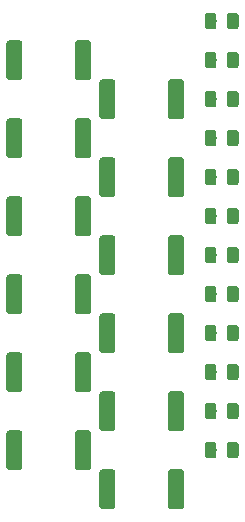
<source format=gbr>
%TF.GenerationSoftware,KiCad,Pcbnew,(5.0.0)*%
%TF.CreationDate,2019-02-02T21:12:50-06:00*%
%TF.ProjectId,BPSVoltage,425053566F6C746167652E6B69636164,rev?*%
%TF.SameCoordinates,Original*%
%TF.FileFunction,Paste,Bot*%
%TF.FilePolarity,Positive*%
%FSLAX46Y46*%
G04 Gerber Fmt 4.6, Leading zero omitted, Abs format (unit mm)*
G04 Created by KiCad (PCBNEW (5.0.0)) date 02/02/19 21:12:50*
%MOMM*%
%LPD*%
G01*
G04 APERTURE LIST*
%ADD10C,0.100000*%
%ADD11C,0.975000*%
%ADD12C,1.350000*%
G04 APERTURE END LIST*
D10*
G36*
X76213642Y-59753174D02*
X76237303Y-59756684D01*
X76260507Y-59762496D01*
X76283029Y-59770554D01*
X76304653Y-59780782D01*
X76325170Y-59793079D01*
X76344383Y-59807329D01*
X76362107Y-59823393D01*
X76378171Y-59841117D01*
X76392421Y-59860330D01*
X76404718Y-59880847D01*
X76414946Y-59902471D01*
X76423004Y-59924993D01*
X76428816Y-59948197D01*
X76432326Y-59971858D01*
X76433500Y-59995750D01*
X76433500Y-60908250D01*
X76432326Y-60932142D01*
X76428816Y-60955803D01*
X76423004Y-60979007D01*
X76414946Y-61001529D01*
X76404718Y-61023153D01*
X76392421Y-61043670D01*
X76378171Y-61062883D01*
X76362107Y-61080607D01*
X76344383Y-61096671D01*
X76325170Y-61110921D01*
X76304653Y-61123218D01*
X76283029Y-61133446D01*
X76260507Y-61141504D01*
X76237303Y-61147316D01*
X76213642Y-61150826D01*
X76189750Y-61152000D01*
X75702250Y-61152000D01*
X75678358Y-61150826D01*
X75654697Y-61147316D01*
X75631493Y-61141504D01*
X75608971Y-61133446D01*
X75587347Y-61123218D01*
X75566830Y-61110921D01*
X75547617Y-61096671D01*
X75529893Y-61080607D01*
X75513829Y-61062883D01*
X75499579Y-61043670D01*
X75487282Y-61023153D01*
X75477054Y-61001529D01*
X75468996Y-60979007D01*
X75463184Y-60955803D01*
X75459674Y-60932142D01*
X75458500Y-60908250D01*
X75458500Y-59995750D01*
X75459674Y-59971858D01*
X75463184Y-59948197D01*
X75468996Y-59924993D01*
X75477054Y-59902471D01*
X75487282Y-59880847D01*
X75499579Y-59860330D01*
X75513829Y-59841117D01*
X75529893Y-59823393D01*
X75547617Y-59807329D01*
X75566830Y-59793079D01*
X75587347Y-59780782D01*
X75608971Y-59770554D01*
X75631493Y-59762496D01*
X75654697Y-59756684D01*
X75678358Y-59753174D01*
X75702250Y-59752000D01*
X76189750Y-59752000D01*
X76213642Y-59753174D01*
X76213642Y-59753174D01*
G37*
D11*
X75946000Y-60452000D03*
D10*
G36*
X78088642Y-59753174D02*
X78112303Y-59756684D01*
X78135507Y-59762496D01*
X78158029Y-59770554D01*
X78179653Y-59780782D01*
X78200170Y-59793079D01*
X78219383Y-59807329D01*
X78237107Y-59823393D01*
X78253171Y-59841117D01*
X78267421Y-59860330D01*
X78279718Y-59880847D01*
X78289946Y-59902471D01*
X78298004Y-59924993D01*
X78303816Y-59948197D01*
X78307326Y-59971858D01*
X78308500Y-59995750D01*
X78308500Y-60908250D01*
X78307326Y-60932142D01*
X78303816Y-60955803D01*
X78298004Y-60979007D01*
X78289946Y-61001529D01*
X78279718Y-61023153D01*
X78267421Y-61043670D01*
X78253171Y-61062883D01*
X78237107Y-61080607D01*
X78219383Y-61096671D01*
X78200170Y-61110921D01*
X78179653Y-61123218D01*
X78158029Y-61133446D01*
X78135507Y-61141504D01*
X78112303Y-61147316D01*
X78088642Y-61150826D01*
X78064750Y-61152000D01*
X77577250Y-61152000D01*
X77553358Y-61150826D01*
X77529697Y-61147316D01*
X77506493Y-61141504D01*
X77483971Y-61133446D01*
X77462347Y-61123218D01*
X77441830Y-61110921D01*
X77422617Y-61096671D01*
X77404893Y-61080607D01*
X77388829Y-61062883D01*
X77374579Y-61043670D01*
X77362282Y-61023153D01*
X77352054Y-61001529D01*
X77343996Y-60979007D01*
X77338184Y-60955803D01*
X77334674Y-60932142D01*
X77333500Y-60908250D01*
X77333500Y-59995750D01*
X77334674Y-59971858D01*
X77338184Y-59948197D01*
X77343996Y-59924993D01*
X77352054Y-59902471D01*
X77362282Y-59880847D01*
X77374579Y-59860330D01*
X77388829Y-59841117D01*
X77404893Y-59823393D01*
X77422617Y-59807329D01*
X77441830Y-59793079D01*
X77462347Y-59780782D01*
X77483971Y-59770554D01*
X77506493Y-59762496D01*
X77529697Y-59756684D01*
X77553358Y-59753174D01*
X77577250Y-59752000D01*
X78064750Y-59752000D01*
X78088642Y-59753174D01*
X78088642Y-59753174D01*
G37*
D11*
X77821000Y-60452000D03*
D10*
G36*
X78088642Y-63055174D02*
X78112303Y-63058684D01*
X78135507Y-63064496D01*
X78158029Y-63072554D01*
X78179653Y-63082782D01*
X78200170Y-63095079D01*
X78219383Y-63109329D01*
X78237107Y-63125393D01*
X78253171Y-63143117D01*
X78267421Y-63162330D01*
X78279718Y-63182847D01*
X78289946Y-63204471D01*
X78298004Y-63226993D01*
X78303816Y-63250197D01*
X78307326Y-63273858D01*
X78308500Y-63297750D01*
X78308500Y-64210250D01*
X78307326Y-64234142D01*
X78303816Y-64257803D01*
X78298004Y-64281007D01*
X78289946Y-64303529D01*
X78279718Y-64325153D01*
X78267421Y-64345670D01*
X78253171Y-64364883D01*
X78237107Y-64382607D01*
X78219383Y-64398671D01*
X78200170Y-64412921D01*
X78179653Y-64425218D01*
X78158029Y-64435446D01*
X78135507Y-64443504D01*
X78112303Y-64449316D01*
X78088642Y-64452826D01*
X78064750Y-64454000D01*
X77577250Y-64454000D01*
X77553358Y-64452826D01*
X77529697Y-64449316D01*
X77506493Y-64443504D01*
X77483971Y-64435446D01*
X77462347Y-64425218D01*
X77441830Y-64412921D01*
X77422617Y-64398671D01*
X77404893Y-64382607D01*
X77388829Y-64364883D01*
X77374579Y-64345670D01*
X77362282Y-64325153D01*
X77352054Y-64303529D01*
X77343996Y-64281007D01*
X77338184Y-64257803D01*
X77334674Y-64234142D01*
X77333500Y-64210250D01*
X77333500Y-63297750D01*
X77334674Y-63273858D01*
X77338184Y-63250197D01*
X77343996Y-63226993D01*
X77352054Y-63204471D01*
X77362282Y-63182847D01*
X77374579Y-63162330D01*
X77388829Y-63143117D01*
X77404893Y-63125393D01*
X77422617Y-63109329D01*
X77441830Y-63095079D01*
X77462347Y-63082782D01*
X77483971Y-63072554D01*
X77506493Y-63064496D01*
X77529697Y-63058684D01*
X77553358Y-63055174D01*
X77577250Y-63054000D01*
X78064750Y-63054000D01*
X78088642Y-63055174D01*
X78088642Y-63055174D01*
G37*
D11*
X77821000Y-63754000D03*
D10*
G36*
X76213642Y-63055174D02*
X76237303Y-63058684D01*
X76260507Y-63064496D01*
X76283029Y-63072554D01*
X76304653Y-63082782D01*
X76325170Y-63095079D01*
X76344383Y-63109329D01*
X76362107Y-63125393D01*
X76378171Y-63143117D01*
X76392421Y-63162330D01*
X76404718Y-63182847D01*
X76414946Y-63204471D01*
X76423004Y-63226993D01*
X76428816Y-63250197D01*
X76432326Y-63273858D01*
X76433500Y-63297750D01*
X76433500Y-64210250D01*
X76432326Y-64234142D01*
X76428816Y-64257803D01*
X76423004Y-64281007D01*
X76414946Y-64303529D01*
X76404718Y-64325153D01*
X76392421Y-64345670D01*
X76378171Y-64364883D01*
X76362107Y-64382607D01*
X76344383Y-64398671D01*
X76325170Y-64412921D01*
X76304653Y-64425218D01*
X76283029Y-64435446D01*
X76260507Y-64443504D01*
X76237303Y-64449316D01*
X76213642Y-64452826D01*
X76189750Y-64454000D01*
X75702250Y-64454000D01*
X75678358Y-64452826D01*
X75654697Y-64449316D01*
X75631493Y-64443504D01*
X75608971Y-64435446D01*
X75587347Y-64425218D01*
X75566830Y-64412921D01*
X75547617Y-64398671D01*
X75529893Y-64382607D01*
X75513829Y-64364883D01*
X75499579Y-64345670D01*
X75487282Y-64325153D01*
X75477054Y-64303529D01*
X75468996Y-64281007D01*
X75463184Y-64257803D01*
X75459674Y-64234142D01*
X75458500Y-64210250D01*
X75458500Y-63297750D01*
X75459674Y-63273858D01*
X75463184Y-63250197D01*
X75468996Y-63226993D01*
X75477054Y-63204471D01*
X75487282Y-63182847D01*
X75499579Y-63162330D01*
X75513829Y-63143117D01*
X75529893Y-63125393D01*
X75547617Y-63109329D01*
X75566830Y-63095079D01*
X75587347Y-63082782D01*
X75608971Y-63072554D01*
X75631493Y-63064496D01*
X75654697Y-63058684D01*
X75678358Y-63055174D01*
X75702250Y-63054000D01*
X76189750Y-63054000D01*
X76213642Y-63055174D01*
X76213642Y-63055174D01*
G37*
D11*
X75946000Y-63754000D03*
D10*
G36*
X76213642Y-66357174D02*
X76237303Y-66360684D01*
X76260507Y-66366496D01*
X76283029Y-66374554D01*
X76304653Y-66384782D01*
X76325170Y-66397079D01*
X76344383Y-66411329D01*
X76362107Y-66427393D01*
X76378171Y-66445117D01*
X76392421Y-66464330D01*
X76404718Y-66484847D01*
X76414946Y-66506471D01*
X76423004Y-66528993D01*
X76428816Y-66552197D01*
X76432326Y-66575858D01*
X76433500Y-66599750D01*
X76433500Y-67512250D01*
X76432326Y-67536142D01*
X76428816Y-67559803D01*
X76423004Y-67583007D01*
X76414946Y-67605529D01*
X76404718Y-67627153D01*
X76392421Y-67647670D01*
X76378171Y-67666883D01*
X76362107Y-67684607D01*
X76344383Y-67700671D01*
X76325170Y-67714921D01*
X76304653Y-67727218D01*
X76283029Y-67737446D01*
X76260507Y-67745504D01*
X76237303Y-67751316D01*
X76213642Y-67754826D01*
X76189750Y-67756000D01*
X75702250Y-67756000D01*
X75678358Y-67754826D01*
X75654697Y-67751316D01*
X75631493Y-67745504D01*
X75608971Y-67737446D01*
X75587347Y-67727218D01*
X75566830Y-67714921D01*
X75547617Y-67700671D01*
X75529893Y-67684607D01*
X75513829Y-67666883D01*
X75499579Y-67647670D01*
X75487282Y-67627153D01*
X75477054Y-67605529D01*
X75468996Y-67583007D01*
X75463184Y-67559803D01*
X75459674Y-67536142D01*
X75458500Y-67512250D01*
X75458500Y-66599750D01*
X75459674Y-66575858D01*
X75463184Y-66552197D01*
X75468996Y-66528993D01*
X75477054Y-66506471D01*
X75487282Y-66484847D01*
X75499579Y-66464330D01*
X75513829Y-66445117D01*
X75529893Y-66427393D01*
X75547617Y-66411329D01*
X75566830Y-66397079D01*
X75587347Y-66384782D01*
X75608971Y-66374554D01*
X75631493Y-66366496D01*
X75654697Y-66360684D01*
X75678358Y-66357174D01*
X75702250Y-66356000D01*
X76189750Y-66356000D01*
X76213642Y-66357174D01*
X76213642Y-66357174D01*
G37*
D11*
X75946000Y-67056000D03*
D10*
G36*
X78088642Y-66357174D02*
X78112303Y-66360684D01*
X78135507Y-66366496D01*
X78158029Y-66374554D01*
X78179653Y-66384782D01*
X78200170Y-66397079D01*
X78219383Y-66411329D01*
X78237107Y-66427393D01*
X78253171Y-66445117D01*
X78267421Y-66464330D01*
X78279718Y-66484847D01*
X78289946Y-66506471D01*
X78298004Y-66528993D01*
X78303816Y-66552197D01*
X78307326Y-66575858D01*
X78308500Y-66599750D01*
X78308500Y-67512250D01*
X78307326Y-67536142D01*
X78303816Y-67559803D01*
X78298004Y-67583007D01*
X78289946Y-67605529D01*
X78279718Y-67627153D01*
X78267421Y-67647670D01*
X78253171Y-67666883D01*
X78237107Y-67684607D01*
X78219383Y-67700671D01*
X78200170Y-67714921D01*
X78179653Y-67727218D01*
X78158029Y-67737446D01*
X78135507Y-67745504D01*
X78112303Y-67751316D01*
X78088642Y-67754826D01*
X78064750Y-67756000D01*
X77577250Y-67756000D01*
X77553358Y-67754826D01*
X77529697Y-67751316D01*
X77506493Y-67745504D01*
X77483971Y-67737446D01*
X77462347Y-67727218D01*
X77441830Y-67714921D01*
X77422617Y-67700671D01*
X77404893Y-67684607D01*
X77388829Y-67666883D01*
X77374579Y-67647670D01*
X77362282Y-67627153D01*
X77352054Y-67605529D01*
X77343996Y-67583007D01*
X77338184Y-67559803D01*
X77334674Y-67536142D01*
X77333500Y-67512250D01*
X77333500Y-66599750D01*
X77334674Y-66575858D01*
X77338184Y-66552197D01*
X77343996Y-66528993D01*
X77352054Y-66506471D01*
X77362282Y-66484847D01*
X77374579Y-66464330D01*
X77388829Y-66445117D01*
X77404893Y-66427393D01*
X77422617Y-66411329D01*
X77441830Y-66397079D01*
X77462347Y-66384782D01*
X77483971Y-66374554D01*
X77506493Y-66366496D01*
X77529697Y-66360684D01*
X77553358Y-66357174D01*
X77577250Y-66356000D01*
X78064750Y-66356000D01*
X78088642Y-66357174D01*
X78088642Y-66357174D01*
G37*
D11*
X77821000Y-67056000D03*
D10*
G36*
X76213642Y-69659174D02*
X76237303Y-69662684D01*
X76260507Y-69668496D01*
X76283029Y-69676554D01*
X76304653Y-69686782D01*
X76325170Y-69699079D01*
X76344383Y-69713329D01*
X76362107Y-69729393D01*
X76378171Y-69747117D01*
X76392421Y-69766330D01*
X76404718Y-69786847D01*
X76414946Y-69808471D01*
X76423004Y-69830993D01*
X76428816Y-69854197D01*
X76432326Y-69877858D01*
X76433500Y-69901750D01*
X76433500Y-70814250D01*
X76432326Y-70838142D01*
X76428816Y-70861803D01*
X76423004Y-70885007D01*
X76414946Y-70907529D01*
X76404718Y-70929153D01*
X76392421Y-70949670D01*
X76378171Y-70968883D01*
X76362107Y-70986607D01*
X76344383Y-71002671D01*
X76325170Y-71016921D01*
X76304653Y-71029218D01*
X76283029Y-71039446D01*
X76260507Y-71047504D01*
X76237303Y-71053316D01*
X76213642Y-71056826D01*
X76189750Y-71058000D01*
X75702250Y-71058000D01*
X75678358Y-71056826D01*
X75654697Y-71053316D01*
X75631493Y-71047504D01*
X75608971Y-71039446D01*
X75587347Y-71029218D01*
X75566830Y-71016921D01*
X75547617Y-71002671D01*
X75529893Y-70986607D01*
X75513829Y-70968883D01*
X75499579Y-70949670D01*
X75487282Y-70929153D01*
X75477054Y-70907529D01*
X75468996Y-70885007D01*
X75463184Y-70861803D01*
X75459674Y-70838142D01*
X75458500Y-70814250D01*
X75458500Y-69901750D01*
X75459674Y-69877858D01*
X75463184Y-69854197D01*
X75468996Y-69830993D01*
X75477054Y-69808471D01*
X75487282Y-69786847D01*
X75499579Y-69766330D01*
X75513829Y-69747117D01*
X75529893Y-69729393D01*
X75547617Y-69713329D01*
X75566830Y-69699079D01*
X75587347Y-69686782D01*
X75608971Y-69676554D01*
X75631493Y-69668496D01*
X75654697Y-69662684D01*
X75678358Y-69659174D01*
X75702250Y-69658000D01*
X76189750Y-69658000D01*
X76213642Y-69659174D01*
X76213642Y-69659174D01*
G37*
D11*
X75946000Y-70358000D03*
D10*
G36*
X78088642Y-69659174D02*
X78112303Y-69662684D01*
X78135507Y-69668496D01*
X78158029Y-69676554D01*
X78179653Y-69686782D01*
X78200170Y-69699079D01*
X78219383Y-69713329D01*
X78237107Y-69729393D01*
X78253171Y-69747117D01*
X78267421Y-69766330D01*
X78279718Y-69786847D01*
X78289946Y-69808471D01*
X78298004Y-69830993D01*
X78303816Y-69854197D01*
X78307326Y-69877858D01*
X78308500Y-69901750D01*
X78308500Y-70814250D01*
X78307326Y-70838142D01*
X78303816Y-70861803D01*
X78298004Y-70885007D01*
X78289946Y-70907529D01*
X78279718Y-70929153D01*
X78267421Y-70949670D01*
X78253171Y-70968883D01*
X78237107Y-70986607D01*
X78219383Y-71002671D01*
X78200170Y-71016921D01*
X78179653Y-71029218D01*
X78158029Y-71039446D01*
X78135507Y-71047504D01*
X78112303Y-71053316D01*
X78088642Y-71056826D01*
X78064750Y-71058000D01*
X77577250Y-71058000D01*
X77553358Y-71056826D01*
X77529697Y-71053316D01*
X77506493Y-71047504D01*
X77483971Y-71039446D01*
X77462347Y-71029218D01*
X77441830Y-71016921D01*
X77422617Y-71002671D01*
X77404893Y-70986607D01*
X77388829Y-70968883D01*
X77374579Y-70949670D01*
X77362282Y-70929153D01*
X77352054Y-70907529D01*
X77343996Y-70885007D01*
X77338184Y-70861803D01*
X77334674Y-70838142D01*
X77333500Y-70814250D01*
X77333500Y-69901750D01*
X77334674Y-69877858D01*
X77338184Y-69854197D01*
X77343996Y-69830993D01*
X77352054Y-69808471D01*
X77362282Y-69786847D01*
X77374579Y-69766330D01*
X77388829Y-69747117D01*
X77404893Y-69729393D01*
X77422617Y-69713329D01*
X77441830Y-69699079D01*
X77462347Y-69686782D01*
X77483971Y-69676554D01*
X77506493Y-69668496D01*
X77529697Y-69662684D01*
X77553358Y-69659174D01*
X77577250Y-69658000D01*
X78064750Y-69658000D01*
X78088642Y-69659174D01*
X78088642Y-69659174D01*
G37*
D11*
X77821000Y-70358000D03*
D10*
G36*
X78088642Y-72961174D02*
X78112303Y-72964684D01*
X78135507Y-72970496D01*
X78158029Y-72978554D01*
X78179653Y-72988782D01*
X78200170Y-73001079D01*
X78219383Y-73015329D01*
X78237107Y-73031393D01*
X78253171Y-73049117D01*
X78267421Y-73068330D01*
X78279718Y-73088847D01*
X78289946Y-73110471D01*
X78298004Y-73132993D01*
X78303816Y-73156197D01*
X78307326Y-73179858D01*
X78308500Y-73203750D01*
X78308500Y-74116250D01*
X78307326Y-74140142D01*
X78303816Y-74163803D01*
X78298004Y-74187007D01*
X78289946Y-74209529D01*
X78279718Y-74231153D01*
X78267421Y-74251670D01*
X78253171Y-74270883D01*
X78237107Y-74288607D01*
X78219383Y-74304671D01*
X78200170Y-74318921D01*
X78179653Y-74331218D01*
X78158029Y-74341446D01*
X78135507Y-74349504D01*
X78112303Y-74355316D01*
X78088642Y-74358826D01*
X78064750Y-74360000D01*
X77577250Y-74360000D01*
X77553358Y-74358826D01*
X77529697Y-74355316D01*
X77506493Y-74349504D01*
X77483971Y-74341446D01*
X77462347Y-74331218D01*
X77441830Y-74318921D01*
X77422617Y-74304671D01*
X77404893Y-74288607D01*
X77388829Y-74270883D01*
X77374579Y-74251670D01*
X77362282Y-74231153D01*
X77352054Y-74209529D01*
X77343996Y-74187007D01*
X77338184Y-74163803D01*
X77334674Y-74140142D01*
X77333500Y-74116250D01*
X77333500Y-73203750D01*
X77334674Y-73179858D01*
X77338184Y-73156197D01*
X77343996Y-73132993D01*
X77352054Y-73110471D01*
X77362282Y-73088847D01*
X77374579Y-73068330D01*
X77388829Y-73049117D01*
X77404893Y-73031393D01*
X77422617Y-73015329D01*
X77441830Y-73001079D01*
X77462347Y-72988782D01*
X77483971Y-72978554D01*
X77506493Y-72970496D01*
X77529697Y-72964684D01*
X77553358Y-72961174D01*
X77577250Y-72960000D01*
X78064750Y-72960000D01*
X78088642Y-72961174D01*
X78088642Y-72961174D01*
G37*
D11*
X77821000Y-73660000D03*
D10*
G36*
X76213642Y-72961174D02*
X76237303Y-72964684D01*
X76260507Y-72970496D01*
X76283029Y-72978554D01*
X76304653Y-72988782D01*
X76325170Y-73001079D01*
X76344383Y-73015329D01*
X76362107Y-73031393D01*
X76378171Y-73049117D01*
X76392421Y-73068330D01*
X76404718Y-73088847D01*
X76414946Y-73110471D01*
X76423004Y-73132993D01*
X76428816Y-73156197D01*
X76432326Y-73179858D01*
X76433500Y-73203750D01*
X76433500Y-74116250D01*
X76432326Y-74140142D01*
X76428816Y-74163803D01*
X76423004Y-74187007D01*
X76414946Y-74209529D01*
X76404718Y-74231153D01*
X76392421Y-74251670D01*
X76378171Y-74270883D01*
X76362107Y-74288607D01*
X76344383Y-74304671D01*
X76325170Y-74318921D01*
X76304653Y-74331218D01*
X76283029Y-74341446D01*
X76260507Y-74349504D01*
X76237303Y-74355316D01*
X76213642Y-74358826D01*
X76189750Y-74360000D01*
X75702250Y-74360000D01*
X75678358Y-74358826D01*
X75654697Y-74355316D01*
X75631493Y-74349504D01*
X75608971Y-74341446D01*
X75587347Y-74331218D01*
X75566830Y-74318921D01*
X75547617Y-74304671D01*
X75529893Y-74288607D01*
X75513829Y-74270883D01*
X75499579Y-74251670D01*
X75487282Y-74231153D01*
X75477054Y-74209529D01*
X75468996Y-74187007D01*
X75463184Y-74163803D01*
X75459674Y-74140142D01*
X75458500Y-74116250D01*
X75458500Y-73203750D01*
X75459674Y-73179858D01*
X75463184Y-73156197D01*
X75468996Y-73132993D01*
X75477054Y-73110471D01*
X75487282Y-73088847D01*
X75499579Y-73068330D01*
X75513829Y-73049117D01*
X75529893Y-73031393D01*
X75547617Y-73015329D01*
X75566830Y-73001079D01*
X75587347Y-72988782D01*
X75608971Y-72978554D01*
X75631493Y-72970496D01*
X75654697Y-72964684D01*
X75678358Y-72961174D01*
X75702250Y-72960000D01*
X76189750Y-72960000D01*
X76213642Y-72961174D01*
X76213642Y-72961174D01*
G37*
D11*
X75946000Y-73660000D03*
D10*
G36*
X76213642Y-76263174D02*
X76237303Y-76266684D01*
X76260507Y-76272496D01*
X76283029Y-76280554D01*
X76304653Y-76290782D01*
X76325170Y-76303079D01*
X76344383Y-76317329D01*
X76362107Y-76333393D01*
X76378171Y-76351117D01*
X76392421Y-76370330D01*
X76404718Y-76390847D01*
X76414946Y-76412471D01*
X76423004Y-76434993D01*
X76428816Y-76458197D01*
X76432326Y-76481858D01*
X76433500Y-76505750D01*
X76433500Y-77418250D01*
X76432326Y-77442142D01*
X76428816Y-77465803D01*
X76423004Y-77489007D01*
X76414946Y-77511529D01*
X76404718Y-77533153D01*
X76392421Y-77553670D01*
X76378171Y-77572883D01*
X76362107Y-77590607D01*
X76344383Y-77606671D01*
X76325170Y-77620921D01*
X76304653Y-77633218D01*
X76283029Y-77643446D01*
X76260507Y-77651504D01*
X76237303Y-77657316D01*
X76213642Y-77660826D01*
X76189750Y-77662000D01*
X75702250Y-77662000D01*
X75678358Y-77660826D01*
X75654697Y-77657316D01*
X75631493Y-77651504D01*
X75608971Y-77643446D01*
X75587347Y-77633218D01*
X75566830Y-77620921D01*
X75547617Y-77606671D01*
X75529893Y-77590607D01*
X75513829Y-77572883D01*
X75499579Y-77553670D01*
X75487282Y-77533153D01*
X75477054Y-77511529D01*
X75468996Y-77489007D01*
X75463184Y-77465803D01*
X75459674Y-77442142D01*
X75458500Y-77418250D01*
X75458500Y-76505750D01*
X75459674Y-76481858D01*
X75463184Y-76458197D01*
X75468996Y-76434993D01*
X75477054Y-76412471D01*
X75487282Y-76390847D01*
X75499579Y-76370330D01*
X75513829Y-76351117D01*
X75529893Y-76333393D01*
X75547617Y-76317329D01*
X75566830Y-76303079D01*
X75587347Y-76290782D01*
X75608971Y-76280554D01*
X75631493Y-76272496D01*
X75654697Y-76266684D01*
X75678358Y-76263174D01*
X75702250Y-76262000D01*
X76189750Y-76262000D01*
X76213642Y-76263174D01*
X76213642Y-76263174D01*
G37*
D11*
X75946000Y-76962000D03*
D10*
G36*
X78088642Y-76263174D02*
X78112303Y-76266684D01*
X78135507Y-76272496D01*
X78158029Y-76280554D01*
X78179653Y-76290782D01*
X78200170Y-76303079D01*
X78219383Y-76317329D01*
X78237107Y-76333393D01*
X78253171Y-76351117D01*
X78267421Y-76370330D01*
X78279718Y-76390847D01*
X78289946Y-76412471D01*
X78298004Y-76434993D01*
X78303816Y-76458197D01*
X78307326Y-76481858D01*
X78308500Y-76505750D01*
X78308500Y-77418250D01*
X78307326Y-77442142D01*
X78303816Y-77465803D01*
X78298004Y-77489007D01*
X78289946Y-77511529D01*
X78279718Y-77533153D01*
X78267421Y-77553670D01*
X78253171Y-77572883D01*
X78237107Y-77590607D01*
X78219383Y-77606671D01*
X78200170Y-77620921D01*
X78179653Y-77633218D01*
X78158029Y-77643446D01*
X78135507Y-77651504D01*
X78112303Y-77657316D01*
X78088642Y-77660826D01*
X78064750Y-77662000D01*
X77577250Y-77662000D01*
X77553358Y-77660826D01*
X77529697Y-77657316D01*
X77506493Y-77651504D01*
X77483971Y-77643446D01*
X77462347Y-77633218D01*
X77441830Y-77620921D01*
X77422617Y-77606671D01*
X77404893Y-77590607D01*
X77388829Y-77572883D01*
X77374579Y-77553670D01*
X77362282Y-77533153D01*
X77352054Y-77511529D01*
X77343996Y-77489007D01*
X77338184Y-77465803D01*
X77334674Y-77442142D01*
X77333500Y-77418250D01*
X77333500Y-76505750D01*
X77334674Y-76481858D01*
X77338184Y-76458197D01*
X77343996Y-76434993D01*
X77352054Y-76412471D01*
X77362282Y-76390847D01*
X77374579Y-76370330D01*
X77388829Y-76351117D01*
X77404893Y-76333393D01*
X77422617Y-76317329D01*
X77441830Y-76303079D01*
X77462347Y-76290782D01*
X77483971Y-76280554D01*
X77506493Y-76272496D01*
X77529697Y-76266684D01*
X77553358Y-76263174D01*
X77577250Y-76262000D01*
X78064750Y-76262000D01*
X78088642Y-76263174D01*
X78088642Y-76263174D01*
G37*
D11*
X77821000Y-76962000D03*
D10*
G36*
X76213642Y-79565174D02*
X76237303Y-79568684D01*
X76260507Y-79574496D01*
X76283029Y-79582554D01*
X76304653Y-79592782D01*
X76325170Y-79605079D01*
X76344383Y-79619329D01*
X76362107Y-79635393D01*
X76378171Y-79653117D01*
X76392421Y-79672330D01*
X76404718Y-79692847D01*
X76414946Y-79714471D01*
X76423004Y-79736993D01*
X76428816Y-79760197D01*
X76432326Y-79783858D01*
X76433500Y-79807750D01*
X76433500Y-80720250D01*
X76432326Y-80744142D01*
X76428816Y-80767803D01*
X76423004Y-80791007D01*
X76414946Y-80813529D01*
X76404718Y-80835153D01*
X76392421Y-80855670D01*
X76378171Y-80874883D01*
X76362107Y-80892607D01*
X76344383Y-80908671D01*
X76325170Y-80922921D01*
X76304653Y-80935218D01*
X76283029Y-80945446D01*
X76260507Y-80953504D01*
X76237303Y-80959316D01*
X76213642Y-80962826D01*
X76189750Y-80964000D01*
X75702250Y-80964000D01*
X75678358Y-80962826D01*
X75654697Y-80959316D01*
X75631493Y-80953504D01*
X75608971Y-80945446D01*
X75587347Y-80935218D01*
X75566830Y-80922921D01*
X75547617Y-80908671D01*
X75529893Y-80892607D01*
X75513829Y-80874883D01*
X75499579Y-80855670D01*
X75487282Y-80835153D01*
X75477054Y-80813529D01*
X75468996Y-80791007D01*
X75463184Y-80767803D01*
X75459674Y-80744142D01*
X75458500Y-80720250D01*
X75458500Y-79807750D01*
X75459674Y-79783858D01*
X75463184Y-79760197D01*
X75468996Y-79736993D01*
X75477054Y-79714471D01*
X75487282Y-79692847D01*
X75499579Y-79672330D01*
X75513829Y-79653117D01*
X75529893Y-79635393D01*
X75547617Y-79619329D01*
X75566830Y-79605079D01*
X75587347Y-79592782D01*
X75608971Y-79582554D01*
X75631493Y-79574496D01*
X75654697Y-79568684D01*
X75678358Y-79565174D01*
X75702250Y-79564000D01*
X76189750Y-79564000D01*
X76213642Y-79565174D01*
X76213642Y-79565174D01*
G37*
D11*
X75946000Y-80264000D03*
D10*
G36*
X78088642Y-79565174D02*
X78112303Y-79568684D01*
X78135507Y-79574496D01*
X78158029Y-79582554D01*
X78179653Y-79592782D01*
X78200170Y-79605079D01*
X78219383Y-79619329D01*
X78237107Y-79635393D01*
X78253171Y-79653117D01*
X78267421Y-79672330D01*
X78279718Y-79692847D01*
X78289946Y-79714471D01*
X78298004Y-79736993D01*
X78303816Y-79760197D01*
X78307326Y-79783858D01*
X78308500Y-79807750D01*
X78308500Y-80720250D01*
X78307326Y-80744142D01*
X78303816Y-80767803D01*
X78298004Y-80791007D01*
X78289946Y-80813529D01*
X78279718Y-80835153D01*
X78267421Y-80855670D01*
X78253171Y-80874883D01*
X78237107Y-80892607D01*
X78219383Y-80908671D01*
X78200170Y-80922921D01*
X78179653Y-80935218D01*
X78158029Y-80945446D01*
X78135507Y-80953504D01*
X78112303Y-80959316D01*
X78088642Y-80962826D01*
X78064750Y-80964000D01*
X77577250Y-80964000D01*
X77553358Y-80962826D01*
X77529697Y-80959316D01*
X77506493Y-80953504D01*
X77483971Y-80945446D01*
X77462347Y-80935218D01*
X77441830Y-80922921D01*
X77422617Y-80908671D01*
X77404893Y-80892607D01*
X77388829Y-80874883D01*
X77374579Y-80855670D01*
X77362282Y-80835153D01*
X77352054Y-80813529D01*
X77343996Y-80791007D01*
X77338184Y-80767803D01*
X77334674Y-80744142D01*
X77333500Y-80720250D01*
X77333500Y-79807750D01*
X77334674Y-79783858D01*
X77338184Y-79760197D01*
X77343996Y-79736993D01*
X77352054Y-79714471D01*
X77362282Y-79692847D01*
X77374579Y-79672330D01*
X77388829Y-79653117D01*
X77404893Y-79635393D01*
X77422617Y-79619329D01*
X77441830Y-79605079D01*
X77462347Y-79592782D01*
X77483971Y-79582554D01*
X77506493Y-79574496D01*
X77529697Y-79568684D01*
X77553358Y-79565174D01*
X77577250Y-79564000D01*
X78064750Y-79564000D01*
X78088642Y-79565174D01*
X78088642Y-79565174D01*
G37*
D11*
X77821000Y-80264000D03*
D10*
G36*
X78088642Y-82867174D02*
X78112303Y-82870684D01*
X78135507Y-82876496D01*
X78158029Y-82884554D01*
X78179653Y-82894782D01*
X78200170Y-82907079D01*
X78219383Y-82921329D01*
X78237107Y-82937393D01*
X78253171Y-82955117D01*
X78267421Y-82974330D01*
X78279718Y-82994847D01*
X78289946Y-83016471D01*
X78298004Y-83038993D01*
X78303816Y-83062197D01*
X78307326Y-83085858D01*
X78308500Y-83109750D01*
X78308500Y-84022250D01*
X78307326Y-84046142D01*
X78303816Y-84069803D01*
X78298004Y-84093007D01*
X78289946Y-84115529D01*
X78279718Y-84137153D01*
X78267421Y-84157670D01*
X78253171Y-84176883D01*
X78237107Y-84194607D01*
X78219383Y-84210671D01*
X78200170Y-84224921D01*
X78179653Y-84237218D01*
X78158029Y-84247446D01*
X78135507Y-84255504D01*
X78112303Y-84261316D01*
X78088642Y-84264826D01*
X78064750Y-84266000D01*
X77577250Y-84266000D01*
X77553358Y-84264826D01*
X77529697Y-84261316D01*
X77506493Y-84255504D01*
X77483971Y-84247446D01*
X77462347Y-84237218D01*
X77441830Y-84224921D01*
X77422617Y-84210671D01*
X77404893Y-84194607D01*
X77388829Y-84176883D01*
X77374579Y-84157670D01*
X77362282Y-84137153D01*
X77352054Y-84115529D01*
X77343996Y-84093007D01*
X77338184Y-84069803D01*
X77334674Y-84046142D01*
X77333500Y-84022250D01*
X77333500Y-83109750D01*
X77334674Y-83085858D01*
X77338184Y-83062197D01*
X77343996Y-83038993D01*
X77352054Y-83016471D01*
X77362282Y-82994847D01*
X77374579Y-82974330D01*
X77388829Y-82955117D01*
X77404893Y-82937393D01*
X77422617Y-82921329D01*
X77441830Y-82907079D01*
X77462347Y-82894782D01*
X77483971Y-82884554D01*
X77506493Y-82876496D01*
X77529697Y-82870684D01*
X77553358Y-82867174D01*
X77577250Y-82866000D01*
X78064750Y-82866000D01*
X78088642Y-82867174D01*
X78088642Y-82867174D01*
G37*
D11*
X77821000Y-83566000D03*
D10*
G36*
X76213642Y-82867174D02*
X76237303Y-82870684D01*
X76260507Y-82876496D01*
X76283029Y-82884554D01*
X76304653Y-82894782D01*
X76325170Y-82907079D01*
X76344383Y-82921329D01*
X76362107Y-82937393D01*
X76378171Y-82955117D01*
X76392421Y-82974330D01*
X76404718Y-82994847D01*
X76414946Y-83016471D01*
X76423004Y-83038993D01*
X76428816Y-83062197D01*
X76432326Y-83085858D01*
X76433500Y-83109750D01*
X76433500Y-84022250D01*
X76432326Y-84046142D01*
X76428816Y-84069803D01*
X76423004Y-84093007D01*
X76414946Y-84115529D01*
X76404718Y-84137153D01*
X76392421Y-84157670D01*
X76378171Y-84176883D01*
X76362107Y-84194607D01*
X76344383Y-84210671D01*
X76325170Y-84224921D01*
X76304653Y-84237218D01*
X76283029Y-84247446D01*
X76260507Y-84255504D01*
X76237303Y-84261316D01*
X76213642Y-84264826D01*
X76189750Y-84266000D01*
X75702250Y-84266000D01*
X75678358Y-84264826D01*
X75654697Y-84261316D01*
X75631493Y-84255504D01*
X75608971Y-84247446D01*
X75587347Y-84237218D01*
X75566830Y-84224921D01*
X75547617Y-84210671D01*
X75529893Y-84194607D01*
X75513829Y-84176883D01*
X75499579Y-84157670D01*
X75487282Y-84137153D01*
X75477054Y-84115529D01*
X75468996Y-84093007D01*
X75463184Y-84069803D01*
X75459674Y-84046142D01*
X75458500Y-84022250D01*
X75458500Y-83109750D01*
X75459674Y-83085858D01*
X75463184Y-83062197D01*
X75468996Y-83038993D01*
X75477054Y-83016471D01*
X75487282Y-82994847D01*
X75499579Y-82974330D01*
X75513829Y-82955117D01*
X75529893Y-82937393D01*
X75547617Y-82921329D01*
X75566830Y-82907079D01*
X75587347Y-82894782D01*
X75608971Y-82884554D01*
X75631493Y-82876496D01*
X75654697Y-82870684D01*
X75678358Y-82867174D01*
X75702250Y-82866000D01*
X76189750Y-82866000D01*
X76213642Y-82867174D01*
X76213642Y-82867174D01*
G37*
D11*
X75946000Y-83566000D03*
D10*
G36*
X78088642Y-86169174D02*
X78112303Y-86172684D01*
X78135507Y-86178496D01*
X78158029Y-86186554D01*
X78179653Y-86196782D01*
X78200170Y-86209079D01*
X78219383Y-86223329D01*
X78237107Y-86239393D01*
X78253171Y-86257117D01*
X78267421Y-86276330D01*
X78279718Y-86296847D01*
X78289946Y-86318471D01*
X78298004Y-86340993D01*
X78303816Y-86364197D01*
X78307326Y-86387858D01*
X78308500Y-86411750D01*
X78308500Y-87324250D01*
X78307326Y-87348142D01*
X78303816Y-87371803D01*
X78298004Y-87395007D01*
X78289946Y-87417529D01*
X78279718Y-87439153D01*
X78267421Y-87459670D01*
X78253171Y-87478883D01*
X78237107Y-87496607D01*
X78219383Y-87512671D01*
X78200170Y-87526921D01*
X78179653Y-87539218D01*
X78158029Y-87549446D01*
X78135507Y-87557504D01*
X78112303Y-87563316D01*
X78088642Y-87566826D01*
X78064750Y-87568000D01*
X77577250Y-87568000D01*
X77553358Y-87566826D01*
X77529697Y-87563316D01*
X77506493Y-87557504D01*
X77483971Y-87549446D01*
X77462347Y-87539218D01*
X77441830Y-87526921D01*
X77422617Y-87512671D01*
X77404893Y-87496607D01*
X77388829Y-87478883D01*
X77374579Y-87459670D01*
X77362282Y-87439153D01*
X77352054Y-87417529D01*
X77343996Y-87395007D01*
X77338184Y-87371803D01*
X77334674Y-87348142D01*
X77333500Y-87324250D01*
X77333500Y-86411750D01*
X77334674Y-86387858D01*
X77338184Y-86364197D01*
X77343996Y-86340993D01*
X77352054Y-86318471D01*
X77362282Y-86296847D01*
X77374579Y-86276330D01*
X77388829Y-86257117D01*
X77404893Y-86239393D01*
X77422617Y-86223329D01*
X77441830Y-86209079D01*
X77462347Y-86196782D01*
X77483971Y-86186554D01*
X77506493Y-86178496D01*
X77529697Y-86172684D01*
X77553358Y-86169174D01*
X77577250Y-86168000D01*
X78064750Y-86168000D01*
X78088642Y-86169174D01*
X78088642Y-86169174D01*
G37*
D11*
X77821000Y-86868000D03*
D10*
G36*
X76213642Y-86169174D02*
X76237303Y-86172684D01*
X76260507Y-86178496D01*
X76283029Y-86186554D01*
X76304653Y-86196782D01*
X76325170Y-86209079D01*
X76344383Y-86223329D01*
X76362107Y-86239393D01*
X76378171Y-86257117D01*
X76392421Y-86276330D01*
X76404718Y-86296847D01*
X76414946Y-86318471D01*
X76423004Y-86340993D01*
X76428816Y-86364197D01*
X76432326Y-86387858D01*
X76433500Y-86411750D01*
X76433500Y-87324250D01*
X76432326Y-87348142D01*
X76428816Y-87371803D01*
X76423004Y-87395007D01*
X76414946Y-87417529D01*
X76404718Y-87439153D01*
X76392421Y-87459670D01*
X76378171Y-87478883D01*
X76362107Y-87496607D01*
X76344383Y-87512671D01*
X76325170Y-87526921D01*
X76304653Y-87539218D01*
X76283029Y-87549446D01*
X76260507Y-87557504D01*
X76237303Y-87563316D01*
X76213642Y-87566826D01*
X76189750Y-87568000D01*
X75702250Y-87568000D01*
X75678358Y-87566826D01*
X75654697Y-87563316D01*
X75631493Y-87557504D01*
X75608971Y-87549446D01*
X75587347Y-87539218D01*
X75566830Y-87526921D01*
X75547617Y-87512671D01*
X75529893Y-87496607D01*
X75513829Y-87478883D01*
X75499579Y-87459670D01*
X75487282Y-87439153D01*
X75477054Y-87417529D01*
X75468996Y-87395007D01*
X75463184Y-87371803D01*
X75459674Y-87348142D01*
X75458500Y-87324250D01*
X75458500Y-86411750D01*
X75459674Y-86387858D01*
X75463184Y-86364197D01*
X75468996Y-86340993D01*
X75477054Y-86318471D01*
X75487282Y-86296847D01*
X75499579Y-86276330D01*
X75513829Y-86257117D01*
X75529893Y-86239393D01*
X75547617Y-86223329D01*
X75566830Y-86209079D01*
X75587347Y-86196782D01*
X75608971Y-86186554D01*
X75631493Y-86178496D01*
X75654697Y-86172684D01*
X75678358Y-86169174D01*
X75702250Y-86168000D01*
X76189750Y-86168000D01*
X76213642Y-86169174D01*
X76213642Y-86169174D01*
G37*
D11*
X75946000Y-86868000D03*
D10*
G36*
X78088642Y-89471174D02*
X78112303Y-89474684D01*
X78135507Y-89480496D01*
X78158029Y-89488554D01*
X78179653Y-89498782D01*
X78200170Y-89511079D01*
X78219383Y-89525329D01*
X78237107Y-89541393D01*
X78253171Y-89559117D01*
X78267421Y-89578330D01*
X78279718Y-89598847D01*
X78289946Y-89620471D01*
X78298004Y-89642993D01*
X78303816Y-89666197D01*
X78307326Y-89689858D01*
X78308500Y-89713750D01*
X78308500Y-90626250D01*
X78307326Y-90650142D01*
X78303816Y-90673803D01*
X78298004Y-90697007D01*
X78289946Y-90719529D01*
X78279718Y-90741153D01*
X78267421Y-90761670D01*
X78253171Y-90780883D01*
X78237107Y-90798607D01*
X78219383Y-90814671D01*
X78200170Y-90828921D01*
X78179653Y-90841218D01*
X78158029Y-90851446D01*
X78135507Y-90859504D01*
X78112303Y-90865316D01*
X78088642Y-90868826D01*
X78064750Y-90870000D01*
X77577250Y-90870000D01*
X77553358Y-90868826D01*
X77529697Y-90865316D01*
X77506493Y-90859504D01*
X77483971Y-90851446D01*
X77462347Y-90841218D01*
X77441830Y-90828921D01*
X77422617Y-90814671D01*
X77404893Y-90798607D01*
X77388829Y-90780883D01*
X77374579Y-90761670D01*
X77362282Y-90741153D01*
X77352054Y-90719529D01*
X77343996Y-90697007D01*
X77338184Y-90673803D01*
X77334674Y-90650142D01*
X77333500Y-90626250D01*
X77333500Y-89713750D01*
X77334674Y-89689858D01*
X77338184Y-89666197D01*
X77343996Y-89642993D01*
X77352054Y-89620471D01*
X77362282Y-89598847D01*
X77374579Y-89578330D01*
X77388829Y-89559117D01*
X77404893Y-89541393D01*
X77422617Y-89525329D01*
X77441830Y-89511079D01*
X77462347Y-89498782D01*
X77483971Y-89488554D01*
X77506493Y-89480496D01*
X77529697Y-89474684D01*
X77553358Y-89471174D01*
X77577250Y-89470000D01*
X78064750Y-89470000D01*
X78088642Y-89471174D01*
X78088642Y-89471174D01*
G37*
D11*
X77821000Y-90170000D03*
D10*
G36*
X76213642Y-89471174D02*
X76237303Y-89474684D01*
X76260507Y-89480496D01*
X76283029Y-89488554D01*
X76304653Y-89498782D01*
X76325170Y-89511079D01*
X76344383Y-89525329D01*
X76362107Y-89541393D01*
X76378171Y-89559117D01*
X76392421Y-89578330D01*
X76404718Y-89598847D01*
X76414946Y-89620471D01*
X76423004Y-89642993D01*
X76428816Y-89666197D01*
X76432326Y-89689858D01*
X76433500Y-89713750D01*
X76433500Y-90626250D01*
X76432326Y-90650142D01*
X76428816Y-90673803D01*
X76423004Y-90697007D01*
X76414946Y-90719529D01*
X76404718Y-90741153D01*
X76392421Y-90761670D01*
X76378171Y-90780883D01*
X76362107Y-90798607D01*
X76344383Y-90814671D01*
X76325170Y-90828921D01*
X76304653Y-90841218D01*
X76283029Y-90851446D01*
X76260507Y-90859504D01*
X76237303Y-90865316D01*
X76213642Y-90868826D01*
X76189750Y-90870000D01*
X75702250Y-90870000D01*
X75678358Y-90868826D01*
X75654697Y-90865316D01*
X75631493Y-90859504D01*
X75608971Y-90851446D01*
X75587347Y-90841218D01*
X75566830Y-90828921D01*
X75547617Y-90814671D01*
X75529893Y-90798607D01*
X75513829Y-90780883D01*
X75499579Y-90761670D01*
X75487282Y-90741153D01*
X75477054Y-90719529D01*
X75468996Y-90697007D01*
X75463184Y-90673803D01*
X75459674Y-90650142D01*
X75458500Y-90626250D01*
X75458500Y-89713750D01*
X75459674Y-89689858D01*
X75463184Y-89666197D01*
X75468996Y-89642993D01*
X75477054Y-89620471D01*
X75487282Y-89598847D01*
X75499579Y-89578330D01*
X75513829Y-89559117D01*
X75529893Y-89541393D01*
X75547617Y-89525329D01*
X75566830Y-89511079D01*
X75587347Y-89498782D01*
X75608971Y-89488554D01*
X75631493Y-89480496D01*
X75654697Y-89474684D01*
X75678358Y-89471174D01*
X75702250Y-89470000D01*
X76189750Y-89470000D01*
X76213642Y-89471174D01*
X76213642Y-89471174D01*
G37*
D11*
X75946000Y-90170000D03*
D10*
G36*
X76213642Y-92773174D02*
X76237303Y-92776684D01*
X76260507Y-92782496D01*
X76283029Y-92790554D01*
X76304653Y-92800782D01*
X76325170Y-92813079D01*
X76344383Y-92827329D01*
X76362107Y-92843393D01*
X76378171Y-92861117D01*
X76392421Y-92880330D01*
X76404718Y-92900847D01*
X76414946Y-92922471D01*
X76423004Y-92944993D01*
X76428816Y-92968197D01*
X76432326Y-92991858D01*
X76433500Y-93015750D01*
X76433500Y-93928250D01*
X76432326Y-93952142D01*
X76428816Y-93975803D01*
X76423004Y-93999007D01*
X76414946Y-94021529D01*
X76404718Y-94043153D01*
X76392421Y-94063670D01*
X76378171Y-94082883D01*
X76362107Y-94100607D01*
X76344383Y-94116671D01*
X76325170Y-94130921D01*
X76304653Y-94143218D01*
X76283029Y-94153446D01*
X76260507Y-94161504D01*
X76237303Y-94167316D01*
X76213642Y-94170826D01*
X76189750Y-94172000D01*
X75702250Y-94172000D01*
X75678358Y-94170826D01*
X75654697Y-94167316D01*
X75631493Y-94161504D01*
X75608971Y-94153446D01*
X75587347Y-94143218D01*
X75566830Y-94130921D01*
X75547617Y-94116671D01*
X75529893Y-94100607D01*
X75513829Y-94082883D01*
X75499579Y-94063670D01*
X75487282Y-94043153D01*
X75477054Y-94021529D01*
X75468996Y-93999007D01*
X75463184Y-93975803D01*
X75459674Y-93952142D01*
X75458500Y-93928250D01*
X75458500Y-93015750D01*
X75459674Y-92991858D01*
X75463184Y-92968197D01*
X75468996Y-92944993D01*
X75477054Y-92922471D01*
X75487282Y-92900847D01*
X75499579Y-92880330D01*
X75513829Y-92861117D01*
X75529893Y-92843393D01*
X75547617Y-92827329D01*
X75566830Y-92813079D01*
X75587347Y-92800782D01*
X75608971Y-92790554D01*
X75631493Y-92782496D01*
X75654697Y-92776684D01*
X75678358Y-92773174D01*
X75702250Y-92772000D01*
X76189750Y-92772000D01*
X76213642Y-92773174D01*
X76213642Y-92773174D01*
G37*
D11*
X75946000Y-93472000D03*
D10*
G36*
X78088642Y-92773174D02*
X78112303Y-92776684D01*
X78135507Y-92782496D01*
X78158029Y-92790554D01*
X78179653Y-92800782D01*
X78200170Y-92813079D01*
X78219383Y-92827329D01*
X78237107Y-92843393D01*
X78253171Y-92861117D01*
X78267421Y-92880330D01*
X78279718Y-92900847D01*
X78289946Y-92922471D01*
X78298004Y-92944993D01*
X78303816Y-92968197D01*
X78307326Y-92991858D01*
X78308500Y-93015750D01*
X78308500Y-93928250D01*
X78307326Y-93952142D01*
X78303816Y-93975803D01*
X78298004Y-93999007D01*
X78289946Y-94021529D01*
X78279718Y-94043153D01*
X78267421Y-94063670D01*
X78253171Y-94082883D01*
X78237107Y-94100607D01*
X78219383Y-94116671D01*
X78200170Y-94130921D01*
X78179653Y-94143218D01*
X78158029Y-94153446D01*
X78135507Y-94161504D01*
X78112303Y-94167316D01*
X78088642Y-94170826D01*
X78064750Y-94172000D01*
X77577250Y-94172000D01*
X77553358Y-94170826D01*
X77529697Y-94167316D01*
X77506493Y-94161504D01*
X77483971Y-94153446D01*
X77462347Y-94143218D01*
X77441830Y-94130921D01*
X77422617Y-94116671D01*
X77404893Y-94100607D01*
X77388829Y-94082883D01*
X77374579Y-94063670D01*
X77362282Y-94043153D01*
X77352054Y-94021529D01*
X77343996Y-93999007D01*
X77338184Y-93975803D01*
X77334674Y-93952142D01*
X77333500Y-93928250D01*
X77333500Y-93015750D01*
X77334674Y-92991858D01*
X77338184Y-92968197D01*
X77343996Y-92944993D01*
X77352054Y-92922471D01*
X77362282Y-92900847D01*
X77374579Y-92880330D01*
X77388829Y-92861117D01*
X77404893Y-92843393D01*
X77422617Y-92827329D01*
X77441830Y-92813079D01*
X77462347Y-92800782D01*
X77483971Y-92790554D01*
X77506493Y-92782496D01*
X77529697Y-92776684D01*
X77553358Y-92773174D01*
X77577250Y-92772000D01*
X78064750Y-92772000D01*
X78088642Y-92773174D01*
X78088642Y-92773174D01*
G37*
D11*
X77821000Y-93472000D03*
D10*
G36*
X76213642Y-96075174D02*
X76237303Y-96078684D01*
X76260507Y-96084496D01*
X76283029Y-96092554D01*
X76304653Y-96102782D01*
X76325170Y-96115079D01*
X76344383Y-96129329D01*
X76362107Y-96145393D01*
X76378171Y-96163117D01*
X76392421Y-96182330D01*
X76404718Y-96202847D01*
X76414946Y-96224471D01*
X76423004Y-96246993D01*
X76428816Y-96270197D01*
X76432326Y-96293858D01*
X76433500Y-96317750D01*
X76433500Y-97230250D01*
X76432326Y-97254142D01*
X76428816Y-97277803D01*
X76423004Y-97301007D01*
X76414946Y-97323529D01*
X76404718Y-97345153D01*
X76392421Y-97365670D01*
X76378171Y-97384883D01*
X76362107Y-97402607D01*
X76344383Y-97418671D01*
X76325170Y-97432921D01*
X76304653Y-97445218D01*
X76283029Y-97455446D01*
X76260507Y-97463504D01*
X76237303Y-97469316D01*
X76213642Y-97472826D01*
X76189750Y-97474000D01*
X75702250Y-97474000D01*
X75678358Y-97472826D01*
X75654697Y-97469316D01*
X75631493Y-97463504D01*
X75608971Y-97455446D01*
X75587347Y-97445218D01*
X75566830Y-97432921D01*
X75547617Y-97418671D01*
X75529893Y-97402607D01*
X75513829Y-97384883D01*
X75499579Y-97365670D01*
X75487282Y-97345153D01*
X75477054Y-97323529D01*
X75468996Y-97301007D01*
X75463184Y-97277803D01*
X75459674Y-97254142D01*
X75458500Y-97230250D01*
X75458500Y-96317750D01*
X75459674Y-96293858D01*
X75463184Y-96270197D01*
X75468996Y-96246993D01*
X75477054Y-96224471D01*
X75487282Y-96202847D01*
X75499579Y-96182330D01*
X75513829Y-96163117D01*
X75529893Y-96145393D01*
X75547617Y-96129329D01*
X75566830Y-96115079D01*
X75587347Y-96102782D01*
X75608971Y-96092554D01*
X75631493Y-96084496D01*
X75654697Y-96078684D01*
X75678358Y-96075174D01*
X75702250Y-96074000D01*
X76189750Y-96074000D01*
X76213642Y-96075174D01*
X76213642Y-96075174D01*
G37*
D11*
X75946000Y-96774000D03*
D10*
G36*
X78088642Y-96075174D02*
X78112303Y-96078684D01*
X78135507Y-96084496D01*
X78158029Y-96092554D01*
X78179653Y-96102782D01*
X78200170Y-96115079D01*
X78219383Y-96129329D01*
X78237107Y-96145393D01*
X78253171Y-96163117D01*
X78267421Y-96182330D01*
X78279718Y-96202847D01*
X78289946Y-96224471D01*
X78298004Y-96246993D01*
X78303816Y-96270197D01*
X78307326Y-96293858D01*
X78308500Y-96317750D01*
X78308500Y-97230250D01*
X78307326Y-97254142D01*
X78303816Y-97277803D01*
X78298004Y-97301007D01*
X78289946Y-97323529D01*
X78279718Y-97345153D01*
X78267421Y-97365670D01*
X78253171Y-97384883D01*
X78237107Y-97402607D01*
X78219383Y-97418671D01*
X78200170Y-97432921D01*
X78179653Y-97445218D01*
X78158029Y-97455446D01*
X78135507Y-97463504D01*
X78112303Y-97469316D01*
X78088642Y-97472826D01*
X78064750Y-97474000D01*
X77577250Y-97474000D01*
X77553358Y-97472826D01*
X77529697Y-97469316D01*
X77506493Y-97463504D01*
X77483971Y-97455446D01*
X77462347Y-97445218D01*
X77441830Y-97432921D01*
X77422617Y-97418671D01*
X77404893Y-97402607D01*
X77388829Y-97384883D01*
X77374579Y-97365670D01*
X77362282Y-97345153D01*
X77352054Y-97323529D01*
X77343996Y-97301007D01*
X77338184Y-97277803D01*
X77334674Y-97254142D01*
X77333500Y-97230250D01*
X77333500Y-96317750D01*
X77334674Y-96293858D01*
X77338184Y-96270197D01*
X77343996Y-96246993D01*
X77352054Y-96224471D01*
X77362282Y-96202847D01*
X77374579Y-96182330D01*
X77388829Y-96163117D01*
X77404893Y-96145393D01*
X77422617Y-96129329D01*
X77441830Y-96115079D01*
X77462347Y-96102782D01*
X77483971Y-96092554D01*
X77506493Y-96084496D01*
X77529697Y-96078684D01*
X77553358Y-96075174D01*
X77577250Y-96074000D01*
X78064750Y-96074000D01*
X78088642Y-96075174D01*
X78088642Y-96075174D01*
G37*
D11*
X77821000Y-96774000D03*
D10*
G36*
X65579505Y-62080204D02*
X65603773Y-62083804D01*
X65627572Y-62089765D01*
X65650671Y-62098030D01*
X65672850Y-62108520D01*
X65693893Y-62121132D01*
X65713599Y-62135747D01*
X65731777Y-62152223D01*
X65748253Y-62170401D01*
X65762868Y-62190107D01*
X65775480Y-62211150D01*
X65785970Y-62233329D01*
X65794235Y-62256428D01*
X65800196Y-62280227D01*
X65803796Y-62304495D01*
X65805000Y-62328999D01*
X65805000Y-65179001D01*
X65803796Y-65203505D01*
X65800196Y-65227773D01*
X65794235Y-65251572D01*
X65785970Y-65274671D01*
X65775480Y-65296850D01*
X65762868Y-65317893D01*
X65748253Y-65337599D01*
X65731777Y-65355777D01*
X65713599Y-65372253D01*
X65693893Y-65386868D01*
X65672850Y-65399480D01*
X65650671Y-65409970D01*
X65627572Y-65418235D01*
X65603773Y-65424196D01*
X65579505Y-65427796D01*
X65555001Y-65429000D01*
X64704999Y-65429000D01*
X64680495Y-65427796D01*
X64656227Y-65424196D01*
X64632428Y-65418235D01*
X64609329Y-65409970D01*
X64587150Y-65399480D01*
X64566107Y-65386868D01*
X64546401Y-65372253D01*
X64528223Y-65355777D01*
X64511747Y-65337599D01*
X64497132Y-65317893D01*
X64484520Y-65296850D01*
X64474030Y-65274671D01*
X64465765Y-65251572D01*
X64459804Y-65227773D01*
X64456204Y-65203505D01*
X64455000Y-65179001D01*
X64455000Y-62328999D01*
X64456204Y-62304495D01*
X64459804Y-62280227D01*
X64465765Y-62256428D01*
X64474030Y-62233329D01*
X64484520Y-62211150D01*
X64497132Y-62190107D01*
X64511747Y-62170401D01*
X64528223Y-62152223D01*
X64546401Y-62135747D01*
X64566107Y-62121132D01*
X64587150Y-62108520D01*
X64609329Y-62098030D01*
X64632428Y-62089765D01*
X64656227Y-62083804D01*
X64680495Y-62080204D01*
X64704999Y-62079000D01*
X65555001Y-62079000D01*
X65579505Y-62080204D01*
X65579505Y-62080204D01*
G37*
D12*
X65130000Y-63754000D03*
D10*
G36*
X59779505Y-62080204D02*
X59803773Y-62083804D01*
X59827572Y-62089765D01*
X59850671Y-62098030D01*
X59872850Y-62108520D01*
X59893893Y-62121132D01*
X59913599Y-62135747D01*
X59931777Y-62152223D01*
X59948253Y-62170401D01*
X59962868Y-62190107D01*
X59975480Y-62211150D01*
X59985970Y-62233329D01*
X59994235Y-62256428D01*
X60000196Y-62280227D01*
X60003796Y-62304495D01*
X60005000Y-62328999D01*
X60005000Y-65179001D01*
X60003796Y-65203505D01*
X60000196Y-65227773D01*
X59994235Y-65251572D01*
X59985970Y-65274671D01*
X59975480Y-65296850D01*
X59962868Y-65317893D01*
X59948253Y-65337599D01*
X59931777Y-65355777D01*
X59913599Y-65372253D01*
X59893893Y-65386868D01*
X59872850Y-65399480D01*
X59850671Y-65409970D01*
X59827572Y-65418235D01*
X59803773Y-65424196D01*
X59779505Y-65427796D01*
X59755001Y-65429000D01*
X58904999Y-65429000D01*
X58880495Y-65427796D01*
X58856227Y-65424196D01*
X58832428Y-65418235D01*
X58809329Y-65409970D01*
X58787150Y-65399480D01*
X58766107Y-65386868D01*
X58746401Y-65372253D01*
X58728223Y-65355777D01*
X58711747Y-65337599D01*
X58697132Y-65317893D01*
X58684520Y-65296850D01*
X58674030Y-65274671D01*
X58665765Y-65251572D01*
X58659804Y-65227773D01*
X58656204Y-65203505D01*
X58655000Y-65179001D01*
X58655000Y-62328999D01*
X58656204Y-62304495D01*
X58659804Y-62280227D01*
X58665765Y-62256428D01*
X58674030Y-62233329D01*
X58684520Y-62211150D01*
X58697132Y-62190107D01*
X58711747Y-62170401D01*
X58728223Y-62152223D01*
X58746401Y-62135747D01*
X58766107Y-62121132D01*
X58787150Y-62108520D01*
X58809329Y-62098030D01*
X58832428Y-62089765D01*
X58856227Y-62083804D01*
X58880495Y-62080204D01*
X58904999Y-62079000D01*
X59755001Y-62079000D01*
X59779505Y-62080204D01*
X59779505Y-62080204D01*
G37*
D12*
X59330000Y-63754000D03*
D10*
G36*
X67653505Y-65382204D02*
X67677773Y-65385804D01*
X67701572Y-65391765D01*
X67724671Y-65400030D01*
X67746850Y-65410520D01*
X67767893Y-65423132D01*
X67787599Y-65437747D01*
X67805777Y-65454223D01*
X67822253Y-65472401D01*
X67836868Y-65492107D01*
X67849480Y-65513150D01*
X67859970Y-65535329D01*
X67868235Y-65558428D01*
X67874196Y-65582227D01*
X67877796Y-65606495D01*
X67879000Y-65630999D01*
X67879000Y-68481001D01*
X67877796Y-68505505D01*
X67874196Y-68529773D01*
X67868235Y-68553572D01*
X67859970Y-68576671D01*
X67849480Y-68598850D01*
X67836868Y-68619893D01*
X67822253Y-68639599D01*
X67805777Y-68657777D01*
X67787599Y-68674253D01*
X67767893Y-68688868D01*
X67746850Y-68701480D01*
X67724671Y-68711970D01*
X67701572Y-68720235D01*
X67677773Y-68726196D01*
X67653505Y-68729796D01*
X67629001Y-68731000D01*
X66778999Y-68731000D01*
X66754495Y-68729796D01*
X66730227Y-68726196D01*
X66706428Y-68720235D01*
X66683329Y-68711970D01*
X66661150Y-68701480D01*
X66640107Y-68688868D01*
X66620401Y-68674253D01*
X66602223Y-68657777D01*
X66585747Y-68639599D01*
X66571132Y-68619893D01*
X66558520Y-68598850D01*
X66548030Y-68576671D01*
X66539765Y-68553572D01*
X66533804Y-68529773D01*
X66530204Y-68505505D01*
X66529000Y-68481001D01*
X66529000Y-65630999D01*
X66530204Y-65606495D01*
X66533804Y-65582227D01*
X66539765Y-65558428D01*
X66548030Y-65535329D01*
X66558520Y-65513150D01*
X66571132Y-65492107D01*
X66585747Y-65472401D01*
X66602223Y-65454223D01*
X66620401Y-65437747D01*
X66640107Y-65423132D01*
X66661150Y-65410520D01*
X66683329Y-65400030D01*
X66706428Y-65391765D01*
X66730227Y-65385804D01*
X66754495Y-65382204D01*
X66778999Y-65381000D01*
X67629001Y-65381000D01*
X67653505Y-65382204D01*
X67653505Y-65382204D01*
G37*
D12*
X67204000Y-67056000D03*
D10*
G36*
X73453505Y-65382204D02*
X73477773Y-65385804D01*
X73501572Y-65391765D01*
X73524671Y-65400030D01*
X73546850Y-65410520D01*
X73567893Y-65423132D01*
X73587599Y-65437747D01*
X73605777Y-65454223D01*
X73622253Y-65472401D01*
X73636868Y-65492107D01*
X73649480Y-65513150D01*
X73659970Y-65535329D01*
X73668235Y-65558428D01*
X73674196Y-65582227D01*
X73677796Y-65606495D01*
X73679000Y-65630999D01*
X73679000Y-68481001D01*
X73677796Y-68505505D01*
X73674196Y-68529773D01*
X73668235Y-68553572D01*
X73659970Y-68576671D01*
X73649480Y-68598850D01*
X73636868Y-68619893D01*
X73622253Y-68639599D01*
X73605777Y-68657777D01*
X73587599Y-68674253D01*
X73567893Y-68688868D01*
X73546850Y-68701480D01*
X73524671Y-68711970D01*
X73501572Y-68720235D01*
X73477773Y-68726196D01*
X73453505Y-68729796D01*
X73429001Y-68731000D01*
X72578999Y-68731000D01*
X72554495Y-68729796D01*
X72530227Y-68726196D01*
X72506428Y-68720235D01*
X72483329Y-68711970D01*
X72461150Y-68701480D01*
X72440107Y-68688868D01*
X72420401Y-68674253D01*
X72402223Y-68657777D01*
X72385747Y-68639599D01*
X72371132Y-68619893D01*
X72358520Y-68598850D01*
X72348030Y-68576671D01*
X72339765Y-68553572D01*
X72333804Y-68529773D01*
X72330204Y-68505505D01*
X72329000Y-68481001D01*
X72329000Y-65630999D01*
X72330204Y-65606495D01*
X72333804Y-65582227D01*
X72339765Y-65558428D01*
X72348030Y-65535329D01*
X72358520Y-65513150D01*
X72371132Y-65492107D01*
X72385747Y-65472401D01*
X72402223Y-65454223D01*
X72420401Y-65437747D01*
X72440107Y-65423132D01*
X72461150Y-65410520D01*
X72483329Y-65400030D01*
X72506428Y-65391765D01*
X72530227Y-65385804D01*
X72554495Y-65382204D01*
X72578999Y-65381000D01*
X73429001Y-65381000D01*
X73453505Y-65382204D01*
X73453505Y-65382204D01*
G37*
D12*
X73004000Y-67056000D03*
D10*
G36*
X65579505Y-68684204D02*
X65603773Y-68687804D01*
X65627572Y-68693765D01*
X65650671Y-68702030D01*
X65672850Y-68712520D01*
X65693893Y-68725132D01*
X65713599Y-68739747D01*
X65731777Y-68756223D01*
X65748253Y-68774401D01*
X65762868Y-68794107D01*
X65775480Y-68815150D01*
X65785970Y-68837329D01*
X65794235Y-68860428D01*
X65800196Y-68884227D01*
X65803796Y-68908495D01*
X65805000Y-68932999D01*
X65805000Y-71783001D01*
X65803796Y-71807505D01*
X65800196Y-71831773D01*
X65794235Y-71855572D01*
X65785970Y-71878671D01*
X65775480Y-71900850D01*
X65762868Y-71921893D01*
X65748253Y-71941599D01*
X65731777Y-71959777D01*
X65713599Y-71976253D01*
X65693893Y-71990868D01*
X65672850Y-72003480D01*
X65650671Y-72013970D01*
X65627572Y-72022235D01*
X65603773Y-72028196D01*
X65579505Y-72031796D01*
X65555001Y-72033000D01*
X64704999Y-72033000D01*
X64680495Y-72031796D01*
X64656227Y-72028196D01*
X64632428Y-72022235D01*
X64609329Y-72013970D01*
X64587150Y-72003480D01*
X64566107Y-71990868D01*
X64546401Y-71976253D01*
X64528223Y-71959777D01*
X64511747Y-71941599D01*
X64497132Y-71921893D01*
X64484520Y-71900850D01*
X64474030Y-71878671D01*
X64465765Y-71855572D01*
X64459804Y-71831773D01*
X64456204Y-71807505D01*
X64455000Y-71783001D01*
X64455000Y-68932999D01*
X64456204Y-68908495D01*
X64459804Y-68884227D01*
X64465765Y-68860428D01*
X64474030Y-68837329D01*
X64484520Y-68815150D01*
X64497132Y-68794107D01*
X64511747Y-68774401D01*
X64528223Y-68756223D01*
X64546401Y-68739747D01*
X64566107Y-68725132D01*
X64587150Y-68712520D01*
X64609329Y-68702030D01*
X64632428Y-68693765D01*
X64656227Y-68687804D01*
X64680495Y-68684204D01*
X64704999Y-68683000D01*
X65555001Y-68683000D01*
X65579505Y-68684204D01*
X65579505Y-68684204D01*
G37*
D12*
X65130000Y-70358000D03*
D10*
G36*
X59779505Y-68684204D02*
X59803773Y-68687804D01*
X59827572Y-68693765D01*
X59850671Y-68702030D01*
X59872850Y-68712520D01*
X59893893Y-68725132D01*
X59913599Y-68739747D01*
X59931777Y-68756223D01*
X59948253Y-68774401D01*
X59962868Y-68794107D01*
X59975480Y-68815150D01*
X59985970Y-68837329D01*
X59994235Y-68860428D01*
X60000196Y-68884227D01*
X60003796Y-68908495D01*
X60005000Y-68932999D01*
X60005000Y-71783001D01*
X60003796Y-71807505D01*
X60000196Y-71831773D01*
X59994235Y-71855572D01*
X59985970Y-71878671D01*
X59975480Y-71900850D01*
X59962868Y-71921893D01*
X59948253Y-71941599D01*
X59931777Y-71959777D01*
X59913599Y-71976253D01*
X59893893Y-71990868D01*
X59872850Y-72003480D01*
X59850671Y-72013970D01*
X59827572Y-72022235D01*
X59803773Y-72028196D01*
X59779505Y-72031796D01*
X59755001Y-72033000D01*
X58904999Y-72033000D01*
X58880495Y-72031796D01*
X58856227Y-72028196D01*
X58832428Y-72022235D01*
X58809329Y-72013970D01*
X58787150Y-72003480D01*
X58766107Y-71990868D01*
X58746401Y-71976253D01*
X58728223Y-71959777D01*
X58711747Y-71941599D01*
X58697132Y-71921893D01*
X58684520Y-71900850D01*
X58674030Y-71878671D01*
X58665765Y-71855572D01*
X58659804Y-71831773D01*
X58656204Y-71807505D01*
X58655000Y-71783001D01*
X58655000Y-68932999D01*
X58656204Y-68908495D01*
X58659804Y-68884227D01*
X58665765Y-68860428D01*
X58674030Y-68837329D01*
X58684520Y-68815150D01*
X58697132Y-68794107D01*
X58711747Y-68774401D01*
X58728223Y-68756223D01*
X58746401Y-68739747D01*
X58766107Y-68725132D01*
X58787150Y-68712520D01*
X58809329Y-68702030D01*
X58832428Y-68693765D01*
X58856227Y-68687804D01*
X58880495Y-68684204D01*
X58904999Y-68683000D01*
X59755001Y-68683000D01*
X59779505Y-68684204D01*
X59779505Y-68684204D01*
G37*
D12*
X59330000Y-70358000D03*
D10*
G36*
X67653505Y-71986204D02*
X67677773Y-71989804D01*
X67701572Y-71995765D01*
X67724671Y-72004030D01*
X67746850Y-72014520D01*
X67767893Y-72027132D01*
X67787599Y-72041747D01*
X67805777Y-72058223D01*
X67822253Y-72076401D01*
X67836868Y-72096107D01*
X67849480Y-72117150D01*
X67859970Y-72139329D01*
X67868235Y-72162428D01*
X67874196Y-72186227D01*
X67877796Y-72210495D01*
X67879000Y-72234999D01*
X67879000Y-75085001D01*
X67877796Y-75109505D01*
X67874196Y-75133773D01*
X67868235Y-75157572D01*
X67859970Y-75180671D01*
X67849480Y-75202850D01*
X67836868Y-75223893D01*
X67822253Y-75243599D01*
X67805777Y-75261777D01*
X67787599Y-75278253D01*
X67767893Y-75292868D01*
X67746850Y-75305480D01*
X67724671Y-75315970D01*
X67701572Y-75324235D01*
X67677773Y-75330196D01*
X67653505Y-75333796D01*
X67629001Y-75335000D01*
X66778999Y-75335000D01*
X66754495Y-75333796D01*
X66730227Y-75330196D01*
X66706428Y-75324235D01*
X66683329Y-75315970D01*
X66661150Y-75305480D01*
X66640107Y-75292868D01*
X66620401Y-75278253D01*
X66602223Y-75261777D01*
X66585747Y-75243599D01*
X66571132Y-75223893D01*
X66558520Y-75202850D01*
X66548030Y-75180671D01*
X66539765Y-75157572D01*
X66533804Y-75133773D01*
X66530204Y-75109505D01*
X66529000Y-75085001D01*
X66529000Y-72234999D01*
X66530204Y-72210495D01*
X66533804Y-72186227D01*
X66539765Y-72162428D01*
X66548030Y-72139329D01*
X66558520Y-72117150D01*
X66571132Y-72096107D01*
X66585747Y-72076401D01*
X66602223Y-72058223D01*
X66620401Y-72041747D01*
X66640107Y-72027132D01*
X66661150Y-72014520D01*
X66683329Y-72004030D01*
X66706428Y-71995765D01*
X66730227Y-71989804D01*
X66754495Y-71986204D01*
X66778999Y-71985000D01*
X67629001Y-71985000D01*
X67653505Y-71986204D01*
X67653505Y-71986204D01*
G37*
D12*
X67204000Y-73660000D03*
D10*
G36*
X73453505Y-71986204D02*
X73477773Y-71989804D01*
X73501572Y-71995765D01*
X73524671Y-72004030D01*
X73546850Y-72014520D01*
X73567893Y-72027132D01*
X73587599Y-72041747D01*
X73605777Y-72058223D01*
X73622253Y-72076401D01*
X73636868Y-72096107D01*
X73649480Y-72117150D01*
X73659970Y-72139329D01*
X73668235Y-72162428D01*
X73674196Y-72186227D01*
X73677796Y-72210495D01*
X73679000Y-72234999D01*
X73679000Y-75085001D01*
X73677796Y-75109505D01*
X73674196Y-75133773D01*
X73668235Y-75157572D01*
X73659970Y-75180671D01*
X73649480Y-75202850D01*
X73636868Y-75223893D01*
X73622253Y-75243599D01*
X73605777Y-75261777D01*
X73587599Y-75278253D01*
X73567893Y-75292868D01*
X73546850Y-75305480D01*
X73524671Y-75315970D01*
X73501572Y-75324235D01*
X73477773Y-75330196D01*
X73453505Y-75333796D01*
X73429001Y-75335000D01*
X72578999Y-75335000D01*
X72554495Y-75333796D01*
X72530227Y-75330196D01*
X72506428Y-75324235D01*
X72483329Y-75315970D01*
X72461150Y-75305480D01*
X72440107Y-75292868D01*
X72420401Y-75278253D01*
X72402223Y-75261777D01*
X72385747Y-75243599D01*
X72371132Y-75223893D01*
X72358520Y-75202850D01*
X72348030Y-75180671D01*
X72339765Y-75157572D01*
X72333804Y-75133773D01*
X72330204Y-75109505D01*
X72329000Y-75085001D01*
X72329000Y-72234999D01*
X72330204Y-72210495D01*
X72333804Y-72186227D01*
X72339765Y-72162428D01*
X72348030Y-72139329D01*
X72358520Y-72117150D01*
X72371132Y-72096107D01*
X72385747Y-72076401D01*
X72402223Y-72058223D01*
X72420401Y-72041747D01*
X72440107Y-72027132D01*
X72461150Y-72014520D01*
X72483329Y-72004030D01*
X72506428Y-71995765D01*
X72530227Y-71989804D01*
X72554495Y-71986204D01*
X72578999Y-71985000D01*
X73429001Y-71985000D01*
X73453505Y-71986204D01*
X73453505Y-71986204D01*
G37*
D12*
X73004000Y-73660000D03*
D10*
G36*
X65579505Y-75288204D02*
X65603773Y-75291804D01*
X65627572Y-75297765D01*
X65650671Y-75306030D01*
X65672850Y-75316520D01*
X65693893Y-75329132D01*
X65713599Y-75343747D01*
X65731777Y-75360223D01*
X65748253Y-75378401D01*
X65762868Y-75398107D01*
X65775480Y-75419150D01*
X65785970Y-75441329D01*
X65794235Y-75464428D01*
X65800196Y-75488227D01*
X65803796Y-75512495D01*
X65805000Y-75536999D01*
X65805000Y-78387001D01*
X65803796Y-78411505D01*
X65800196Y-78435773D01*
X65794235Y-78459572D01*
X65785970Y-78482671D01*
X65775480Y-78504850D01*
X65762868Y-78525893D01*
X65748253Y-78545599D01*
X65731777Y-78563777D01*
X65713599Y-78580253D01*
X65693893Y-78594868D01*
X65672850Y-78607480D01*
X65650671Y-78617970D01*
X65627572Y-78626235D01*
X65603773Y-78632196D01*
X65579505Y-78635796D01*
X65555001Y-78637000D01*
X64704999Y-78637000D01*
X64680495Y-78635796D01*
X64656227Y-78632196D01*
X64632428Y-78626235D01*
X64609329Y-78617970D01*
X64587150Y-78607480D01*
X64566107Y-78594868D01*
X64546401Y-78580253D01*
X64528223Y-78563777D01*
X64511747Y-78545599D01*
X64497132Y-78525893D01*
X64484520Y-78504850D01*
X64474030Y-78482671D01*
X64465765Y-78459572D01*
X64459804Y-78435773D01*
X64456204Y-78411505D01*
X64455000Y-78387001D01*
X64455000Y-75536999D01*
X64456204Y-75512495D01*
X64459804Y-75488227D01*
X64465765Y-75464428D01*
X64474030Y-75441329D01*
X64484520Y-75419150D01*
X64497132Y-75398107D01*
X64511747Y-75378401D01*
X64528223Y-75360223D01*
X64546401Y-75343747D01*
X64566107Y-75329132D01*
X64587150Y-75316520D01*
X64609329Y-75306030D01*
X64632428Y-75297765D01*
X64656227Y-75291804D01*
X64680495Y-75288204D01*
X64704999Y-75287000D01*
X65555001Y-75287000D01*
X65579505Y-75288204D01*
X65579505Y-75288204D01*
G37*
D12*
X65130000Y-76962000D03*
D10*
G36*
X59779505Y-75288204D02*
X59803773Y-75291804D01*
X59827572Y-75297765D01*
X59850671Y-75306030D01*
X59872850Y-75316520D01*
X59893893Y-75329132D01*
X59913599Y-75343747D01*
X59931777Y-75360223D01*
X59948253Y-75378401D01*
X59962868Y-75398107D01*
X59975480Y-75419150D01*
X59985970Y-75441329D01*
X59994235Y-75464428D01*
X60000196Y-75488227D01*
X60003796Y-75512495D01*
X60005000Y-75536999D01*
X60005000Y-78387001D01*
X60003796Y-78411505D01*
X60000196Y-78435773D01*
X59994235Y-78459572D01*
X59985970Y-78482671D01*
X59975480Y-78504850D01*
X59962868Y-78525893D01*
X59948253Y-78545599D01*
X59931777Y-78563777D01*
X59913599Y-78580253D01*
X59893893Y-78594868D01*
X59872850Y-78607480D01*
X59850671Y-78617970D01*
X59827572Y-78626235D01*
X59803773Y-78632196D01*
X59779505Y-78635796D01*
X59755001Y-78637000D01*
X58904999Y-78637000D01*
X58880495Y-78635796D01*
X58856227Y-78632196D01*
X58832428Y-78626235D01*
X58809329Y-78617970D01*
X58787150Y-78607480D01*
X58766107Y-78594868D01*
X58746401Y-78580253D01*
X58728223Y-78563777D01*
X58711747Y-78545599D01*
X58697132Y-78525893D01*
X58684520Y-78504850D01*
X58674030Y-78482671D01*
X58665765Y-78459572D01*
X58659804Y-78435773D01*
X58656204Y-78411505D01*
X58655000Y-78387001D01*
X58655000Y-75536999D01*
X58656204Y-75512495D01*
X58659804Y-75488227D01*
X58665765Y-75464428D01*
X58674030Y-75441329D01*
X58684520Y-75419150D01*
X58697132Y-75398107D01*
X58711747Y-75378401D01*
X58728223Y-75360223D01*
X58746401Y-75343747D01*
X58766107Y-75329132D01*
X58787150Y-75316520D01*
X58809329Y-75306030D01*
X58832428Y-75297765D01*
X58856227Y-75291804D01*
X58880495Y-75288204D01*
X58904999Y-75287000D01*
X59755001Y-75287000D01*
X59779505Y-75288204D01*
X59779505Y-75288204D01*
G37*
D12*
X59330000Y-76962000D03*
D10*
G36*
X67653505Y-78590204D02*
X67677773Y-78593804D01*
X67701572Y-78599765D01*
X67724671Y-78608030D01*
X67746850Y-78618520D01*
X67767893Y-78631132D01*
X67787599Y-78645747D01*
X67805777Y-78662223D01*
X67822253Y-78680401D01*
X67836868Y-78700107D01*
X67849480Y-78721150D01*
X67859970Y-78743329D01*
X67868235Y-78766428D01*
X67874196Y-78790227D01*
X67877796Y-78814495D01*
X67879000Y-78838999D01*
X67879000Y-81689001D01*
X67877796Y-81713505D01*
X67874196Y-81737773D01*
X67868235Y-81761572D01*
X67859970Y-81784671D01*
X67849480Y-81806850D01*
X67836868Y-81827893D01*
X67822253Y-81847599D01*
X67805777Y-81865777D01*
X67787599Y-81882253D01*
X67767893Y-81896868D01*
X67746850Y-81909480D01*
X67724671Y-81919970D01*
X67701572Y-81928235D01*
X67677773Y-81934196D01*
X67653505Y-81937796D01*
X67629001Y-81939000D01*
X66778999Y-81939000D01*
X66754495Y-81937796D01*
X66730227Y-81934196D01*
X66706428Y-81928235D01*
X66683329Y-81919970D01*
X66661150Y-81909480D01*
X66640107Y-81896868D01*
X66620401Y-81882253D01*
X66602223Y-81865777D01*
X66585747Y-81847599D01*
X66571132Y-81827893D01*
X66558520Y-81806850D01*
X66548030Y-81784671D01*
X66539765Y-81761572D01*
X66533804Y-81737773D01*
X66530204Y-81713505D01*
X66529000Y-81689001D01*
X66529000Y-78838999D01*
X66530204Y-78814495D01*
X66533804Y-78790227D01*
X66539765Y-78766428D01*
X66548030Y-78743329D01*
X66558520Y-78721150D01*
X66571132Y-78700107D01*
X66585747Y-78680401D01*
X66602223Y-78662223D01*
X66620401Y-78645747D01*
X66640107Y-78631132D01*
X66661150Y-78618520D01*
X66683329Y-78608030D01*
X66706428Y-78599765D01*
X66730227Y-78593804D01*
X66754495Y-78590204D01*
X66778999Y-78589000D01*
X67629001Y-78589000D01*
X67653505Y-78590204D01*
X67653505Y-78590204D01*
G37*
D12*
X67204000Y-80264000D03*
D10*
G36*
X73453505Y-78590204D02*
X73477773Y-78593804D01*
X73501572Y-78599765D01*
X73524671Y-78608030D01*
X73546850Y-78618520D01*
X73567893Y-78631132D01*
X73587599Y-78645747D01*
X73605777Y-78662223D01*
X73622253Y-78680401D01*
X73636868Y-78700107D01*
X73649480Y-78721150D01*
X73659970Y-78743329D01*
X73668235Y-78766428D01*
X73674196Y-78790227D01*
X73677796Y-78814495D01*
X73679000Y-78838999D01*
X73679000Y-81689001D01*
X73677796Y-81713505D01*
X73674196Y-81737773D01*
X73668235Y-81761572D01*
X73659970Y-81784671D01*
X73649480Y-81806850D01*
X73636868Y-81827893D01*
X73622253Y-81847599D01*
X73605777Y-81865777D01*
X73587599Y-81882253D01*
X73567893Y-81896868D01*
X73546850Y-81909480D01*
X73524671Y-81919970D01*
X73501572Y-81928235D01*
X73477773Y-81934196D01*
X73453505Y-81937796D01*
X73429001Y-81939000D01*
X72578999Y-81939000D01*
X72554495Y-81937796D01*
X72530227Y-81934196D01*
X72506428Y-81928235D01*
X72483329Y-81919970D01*
X72461150Y-81909480D01*
X72440107Y-81896868D01*
X72420401Y-81882253D01*
X72402223Y-81865777D01*
X72385747Y-81847599D01*
X72371132Y-81827893D01*
X72358520Y-81806850D01*
X72348030Y-81784671D01*
X72339765Y-81761572D01*
X72333804Y-81737773D01*
X72330204Y-81713505D01*
X72329000Y-81689001D01*
X72329000Y-78838999D01*
X72330204Y-78814495D01*
X72333804Y-78790227D01*
X72339765Y-78766428D01*
X72348030Y-78743329D01*
X72358520Y-78721150D01*
X72371132Y-78700107D01*
X72385747Y-78680401D01*
X72402223Y-78662223D01*
X72420401Y-78645747D01*
X72440107Y-78631132D01*
X72461150Y-78618520D01*
X72483329Y-78608030D01*
X72506428Y-78599765D01*
X72530227Y-78593804D01*
X72554495Y-78590204D01*
X72578999Y-78589000D01*
X73429001Y-78589000D01*
X73453505Y-78590204D01*
X73453505Y-78590204D01*
G37*
D12*
X73004000Y-80264000D03*
D10*
G36*
X65579505Y-81892204D02*
X65603773Y-81895804D01*
X65627572Y-81901765D01*
X65650671Y-81910030D01*
X65672850Y-81920520D01*
X65693893Y-81933132D01*
X65713599Y-81947747D01*
X65731777Y-81964223D01*
X65748253Y-81982401D01*
X65762868Y-82002107D01*
X65775480Y-82023150D01*
X65785970Y-82045329D01*
X65794235Y-82068428D01*
X65800196Y-82092227D01*
X65803796Y-82116495D01*
X65805000Y-82140999D01*
X65805000Y-84991001D01*
X65803796Y-85015505D01*
X65800196Y-85039773D01*
X65794235Y-85063572D01*
X65785970Y-85086671D01*
X65775480Y-85108850D01*
X65762868Y-85129893D01*
X65748253Y-85149599D01*
X65731777Y-85167777D01*
X65713599Y-85184253D01*
X65693893Y-85198868D01*
X65672850Y-85211480D01*
X65650671Y-85221970D01*
X65627572Y-85230235D01*
X65603773Y-85236196D01*
X65579505Y-85239796D01*
X65555001Y-85241000D01*
X64704999Y-85241000D01*
X64680495Y-85239796D01*
X64656227Y-85236196D01*
X64632428Y-85230235D01*
X64609329Y-85221970D01*
X64587150Y-85211480D01*
X64566107Y-85198868D01*
X64546401Y-85184253D01*
X64528223Y-85167777D01*
X64511747Y-85149599D01*
X64497132Y-85129893D01*
X64484520Y-85108850D01*
X64474030Y-85086671D01*
X64465765Y-85063572D01*
X64459804Y-85039773D01*
X64456204Y-85015505D01*
X64455000Y-84991001D01*
X64455000Y-82140999D01*
X64456204Y-82116495D01*
X64459804Y-82092227D01*
X64465765Y-82068428D01*
X64474030Y-82045329D01*
X64484520Y-82023150D01*
X64497132Y-82002107D01*
X64511747Y-81982401D01*
X64528223Y-81964223D01*
X64546401Y-81947747D01*
X64566107Y-81933132D01*
X64587150Y-81920520D01*
X64609329Y-81910030D01*
X64632428Y-81901765D01*
X64656227Y-81895804D01*
X64680495Y-81892204D01*
X64704999Y-81891000D01*
X65555001Y-81891000D01*
X65579505Y-81892204D01*
X65579505Y-81892204D01*
G37*
D12*
X65130000Y-83566000D03*
D10*
G36*
X59779505Y-81892204D02*
X59803773Y-81895804D01*
X59827572Y-81901765D01*
X59850671Y-81910030D01*
X59872850Y-81920520D01*
X59893893Y-81933132D01*
X59913599Y-81947747D01*
X59931777Y-81964223D01*
X59948253Y-81982401D01*
X59962868Y-82002107D01*
X59975480Y-82023150D01*
X59985970Y-82045329D01*
X59994235Y-82068428D01*
X60000196Y-82092227D01*
X60003796Y-82116495D01*
X60005000Y-82140999D01*
X60005000Y-84991001D01*
X60003796Y-85015505D01*
X60000196Y-85039773D01*
X59994235Y-85063572D01*
X59985970Y-85086671D01*
X59975480Y-85108850D01*
X59962868Y-85129893D01*
X59948253Y-85149599D01*
X59931777Y-85167777D01*
X59913599Y-85184253D01*
X59893893Y-85198868D01*
X59872850Y-85211480D01*
X59850671Y-85221970D01*
X59827572Y-85230235D01*
X59803773Y-85236196D01*
X59779505Y-85239796D01*
X59755001Y-85241000D01*
X58904999Y-85241000D01*
X58880495Y-85239796D01*
X58856227Y-85236196D01*
X58832428Y-85230235D01*
X58809329Y-85221970D01*
X58787150Y-85211480D01*
X58766107Y-85198868D01*
X58746401Y-85184253D01*
X58728223Y-85167777D01*
X58711747Y-85149599D01*
X58697132Y-85129893D01*
X58684520Y-85108850D01*
X58674030Y-85086671D01*
X58665765Y-85063572D01*
X58659804Y-85039773D01*
X58656204Y-85015505D01*
X58655000Y-84991001D01*
X58655000Y-82140999D01*
X58656204Y-82116495D01*
X58659804Y-82092227D01*
X58665765Y-82068428D01*
X58674030Y-82045329D01*
X58684520Y-82023150D01*
X58697132Y-82002107D01*
X58711747Y-81982401D01*
X58728223Y-81964223D01*
X58746401Y-81947747D01*
X58766107Y-81933132D01*
X58787150Y-81920520D01*
X58809329Y-81910030D01*
X58832428Y-81901765D01*
X58856227Y-81895804D01*
X58880495Y-81892204D01*
X58904999Y-81891000D01*
X59755001Y-81891000D01*
X59779505Y-81892204D01*
X59779505Y-81892204D01*
G37*
D12*
X59330000Y-83566000D03*
D10*
G36*
X73453505Y-85194204D02*
X73477773Y-85197804D01*
X73501572Y-85203765D01*
X73524671Y-85212030D01*
X73546850Y-85222520D01*
X73567893Y-85235132D01*
X73587599Y-85249747D01*
X73605777Y-85266223D01*
X73622253Y-85284401D01*
X73636868Y-85304107D01*
X73649480Y-85325150D01*
X73659970Y-85347329D01*
X73668235Y-85370428D01*
X73674196Y-85394227D01*
X73677796Y-85418495D01*
X73679000Y-85442999D01*
X73679000Y-88293001D01*
X73677796Y-88317505D01*
X73674196Y-88341773D01*
X73668235Y-88365572D01*
X73659970Y-88388671D01*
X73649480Y-88410850D01*
X73636868Y-88431893D01*
X73622253Y-88451599D01*
X73605777Y-88469777D01*
X73587599Y-88486253D01*
X73567893Y-88500868D01*
X73546850Y-88513480D01*
X73524671Y-88523970D01*
X73501572Y-88532235D01*
X73477773Y-88538196D01*
X73453505Y-88541796D01*
X73429001Y-88543000D01*
X72578999Y-88543000D01*
X72554495Y-88541796D01*
X72530227Y-88538196D01*
X72506428Y-88532235D01*
X72483329Y-88523970D01*
X72461150Y-88513480D01*
X72440107Y-88500868D01*
X72420401Y-88486253D01*
X72402223Y-88469777D01*
X72385747Y-88451599D01*
X72371132Y-88431893D01*
X72358520Y-88410850D01*
X72348030Y-88388671D01*
X72339765Y-88365572D01*
X72333804Y-88341773D01*
X72330204Y-88317505D01*
X72329000Y-88293001D01*
X72329000Y-85442999D01*
X72330204Y-85418495D01*
X72333804Y-85394227D01*
X72339765Y-85370428D01*
X72348030Y-85347329D01*
X72358520Y-85325150D01*
X72371132Y-85304107D01*
X72385747Y-85284401D01*
X72402223Y-85266223D01*
X72420401Y-85249747D01*
X72440107Y-85235132D01*
X72461150Y-85222520D01*
X72483329Y-85212030D01*
X72506428Y-85203765D01*
X72530227Y-85197804D01*
X72554495Y-85194204D01*
X72578999Y-85193000D01*
X73429001Y-85193000D01*
X73453505Y-85194204D01*
X73453505Y-85194204D01*
G37*
D12*
X73004000Y-86868000D03*
D10*
G36*
X67653505Y-85194204D02*
X67677773Y-85197804D01*
X67701572Y-85203765D01*
X67724671Y-85212030D01*
X67746850Y-85222520D01*
X67767893Y-85235132D01*
X67787599Y-85249747D01*
X67805777Y-85266223D01*
X67822253Y-85284401D01*
X67836868Y-85304107D01*
X67849480Y-85325150D01*
X67859970Y-85347329D01*
X67868235Y-85370428D01*
X67874196Y-85394227D01*
X67877796Y-85418495D01*
X67879000Y-85442999D01*
X67879000Y-88293001D01*
X67877796Y-88317505D01*
X67874196Y-88341773D01*
X67868235Y-88365572D01*
X67859970Y-88388671D01*
X67849480Y-88410850D01*
X67836868Y-88431893D01*
X67822253Y-88451599D01*
X67805777Y-88469777D01*
X67787599Y-88486253D01*
X67767893Y-88500868D01*
X67746850Y-88513480D01*
X67724671Y-88523970D01*
X67701572Y-88532235D01*
X67677773Y-88538196D01*
X67653505Y-88541796D01*
X67629001Y-88543000D01*
X66778999Y-88543000D01*
X66754495Y-88541796D01*
X66730227Y-88538196D01*
X66706428Y-88532235D01*
X66683329Y-88523970D01*
X66661150Y-88513480D01*
X66640107Y-88500868D01*
X66620401Y-88486253D01*
X66602223Y-88469777D01*
X66585747Y-88451599D01*
X66571132Y-88431893D01*
X66558520Y-88410850D01*
X66548030Y-88388671D01*
X66539765Y-88365572D01*
X66533804Y-88341773D01*
X66530204Y-88317505D01*
X66529000Y-88293001D01*
X66529000Y-85442999D01*
X66530204Y-85418495D01*
X66533804Y-85394227D01*
X66539765Y-85370428D01*
X66548030Y-85347329D01*
X66558520Y-85325150D01*
X66571132Y-85304107D01*
X66585747Y-85284401D01*
X66602223Y-85266223D01*
X66620401Y-85249747D01*
X66640107Y-85235132D01*
X66661150Y-85222520D01*
X66683329Y-85212030D01*
X66706428Y-85203765D01*
X66730227Y-85197804D01*
X66754495Y-85194204D01*
X66778999Y-85193000D01*
X67629001Y-85193000D01*
X67653505Y-85194204D01*
X67653505Y-85194204D01*
G37*
D12*
X67204000Y-86868000D03*
D10*
G36*
X65579505Y-88496204D02*
X65603773Y-88499804D01*
X65627572Y-88505765D01*
X65650671Y-88514030D01*
X65672850Y-88524520D01*
X65693893Y-88537132D01*
X65713599Y-88551747D01*
X65731777Y-88568223D01*
X65748253Y-88586401D01*
X65762868Y-88606107D01*
X65775480Y-88627150D01*
X65785970Y-88649329D01*
X65794235Y-88672428D01*
X65800196Y-88696227D01*
X65803796Y-88720495D01*
X65805000Y-88744999D01*
X65805000Y-91595001D01*
X65803796Y-91619505D01*
X65800196Y-91643773D01*
X65794235Y-91667572D01*
X65785970Y-91690671D01*
X65775480Y-91712850D01*
X65762868Y-91733893D01*
X65748253Y-91753599D01*
X65731777Y-91771777D01*
X65713599Y-91788253D01*
X65693893Y-91802868D01*
X65672850Y-91815480D01*
X65650671Y-91825970D01*
X65627572Y-91834235D01*
X65603773Y-91840196D01*
X65579505Y-91843796D01*
X65555001Y-91845000D01*
X64704999Y-91845000D01*
X64680495Y-91843796D01*
X64656227Y-91840196D01*
X64632428Y-91834235D01*
X64609329Y-91825970D01*
X64587150Y-91815480D01*
X64566107Y-91802868D01*
X64546401Y-91788253D01*
X64528223Y-91771777D01*
X64511747Y-91753599D01*
X64497132Y-91733893D01*
X64484520Y-91712850D01*
X64474030Y-91690671D01*
X64465765Y-91667572D01*
X64459804Y-91643773D01*
X64456204Y-91619505D01*
X64455000Y-91595001D01*
X64455000Y-88744999D01*
X64456204Y-88720495D01*
X64459804Y-88696227D01*
X64465765Y-88672428D01*
X64474030Y-88649329D01*
X64484520Y-88627150D01*
X64497132Y-88606107D01*
X64511747Y-88586401D01*
X64528223Y-88568223D01*
X64546401Y-88551747D01*
X64566107Y-88537132D01*
X64587150Y-88524520D01*
X64609329Y-88514030D01*
X64632428Y-88505765D01*
X64656227Y-88499804D01*
X64680495Y-88496204D01*
X64704999Y-88495000D01*
X65555001Y-88495000D01*
X65579505Y-88496204D01*
X65579505Y-88496204D01*
G37*
D12*
X65130000Y-90170000D03*
D10*
G36*
X59779505Y-88496204D02*
X59803773Y-88499804D01*
X59827572Y-88505765D01*
X59850671Y-88514030D01*
X59872850Y-88524520D01*
X59893893Y-88537132D01*
X59913599Y-88551747D01*
X59931777Y-88568223D01*
X59948253Y-88586401D01*
X59962868Y-88606107D01*
X59975480Y-88627150D01*
X59985970Y-88649329D01*
X59994235Y-88672428D01*
X60000196Y-88696227D01*
X60003796Y-88720495D01*
X60005000Y-88744999D01*
X60005000Y-91595001D01*
X60003796Y-91619505D01*
X60000196Y-91643773D01*
X59994235Y-91667572D01*
X59985970Y-91690671D01*
X59975480Y-91712850D01*
X59962868Y-91733893D01*
X59948253Y-91753599D01*
X59931777Y-91771777D01*
X59913599Y-91788253D01*
X59893893Y-91802868D01*
X59872850Y-91815480D01*
X59850671Y-91825970D01*
X59827572Y-91834235D01*
X59803773Y-91840196D01*
X59779505Y-91843796D01*
X59755001Y-91845000D01*
X58904999Y-91845000D01*
X58880495Y-91843796D01*
X58856227Y-91840196D01*
X58832428Y-91834235D01*
X58809329Y-91825970D01*
X58787150Y-91815480D01*
X58766107Y-91802868D01*
X58746401Y-91788253D01*
X58728223Y-91771777D01*
X58711747Y-91753599D01*
X58697132Y-91733893D01*
X58684520Y-91712850D01*
X58674030Y-91690671D01*
X58665765Y-91667572D01*
X58659804Y-91643773D01*
X58656204Y-91619505D01*
X58655000Y-91595001D01*
X58655000Y-88744999D01*
X58656204Y-88720495D01*
X58659804Y-88696227D01*
X58665765Y-88672428D01*
X58674030Y-88649329D01*
X58684520Y-88627150D01*
X58697132Y-88606107D01*
X58711747Y-88586401D01*
X58728223Y-88568223D01*
X58746401Y-88551747D01*
X58766107Y-88537132D01*
X58787150Y-88524520D01*
X58809329Y-88514030D01*
X58832428Y-88505765D01*
X58856227Y-88499804D01*
X58880495Y-88496204D01*
X58904999Y-88495000D01*
X59755001Y-88495000D01*
X59779505Y-88496204D01*
X59779505Y-88496204D01*
G37*
D12*
X59330000Y-90170000D03*
D10*
G36*
X67653505Y-91798204D02*
X67677773Y-91801804D01*
X67701572Y-91807765D01*
X67724671Y-91816030D01*
X67746850Y-91826520D01*
X67767893Y-91839132D01*
X67787599Y-91853747D01*
X67805777Y-91870223D01*
X67822253Y-91888401D01*
X67836868Y-91908107D01*
X67849480Y-91929150D01*
X67859970Y-91951329D01*
X67868235Y-91974428D01*
X67874196Y-91998227D01*
X67877796Y-92022495D01*
X67879000Y-92046999D01*
X67879000Y-94897001D01*
X67877796Y-94921505D01*
X67874196Y-94945773D01*
X67868235Y-94969572D01*
X67859970Y-94992671D01*
X67849480Y-95014850D01*
X67836868Y-95035893D01*
X67822253Y-95055599D01*
X67805777Y-95073777D01*
X67787599Y-95090253D01*
X67767893Y-95104868D01*
X67746850Y-95117480D01*
X67724671Y-95127970D01*
X67701572Y-95136235D01*
X67677773Y-95142196D01*
X67653505Y-95145796D01*
X67629001Y-95147000D01*
X66778999Y-95147000D01*
X66754495Y-95145796D01*
X66730227Y-95142196D01*
X66706428Y-95136235D01*
X66683329Y-95127970D01*
X66661150Y-95117480D01*
X66640107Y-95104868D01*
X66620401Y-95090253D01*
X66602223Y-95073777D01*
X66585747Y-95055599D01*
X66571132Y-95035893D01*
X66558520Y-95014850D01*
X66548030Y-94992671D01*
X66539765Y-94969572D01*
X66533804Y-94945773D01*
X66530204Y-94921505D01*
X66529000Y-94897001D01*
X66529000Y-92046999D01*
X66530204Y-92022495D01*
X66533804Y-91998227D01*
X66539765Y-91974428D01*
X66548030Y-91951329D01*
X66558520Y-91929150D01*
X66571132Y-91908107D01*
X66585747Y-91888401D01*
X66602223Y-91870223D01*
X66620401Y-91853747D01*
X66640107Y-91839132D01*
X66661150Y-91826520D01*
X66683329Y-91816030D01*
X66706428Y-91807765D01*
X66730227Y-91801804D01*
X66754495Y-91798204D01*
X66778999Y-91797000D01*
X67629001Y-91797000D01*
X67653505Y-91798204D01*
X67653505Y-91798204D01*
G37*
D12*
X67204000Y-93472000D03*
D10*
G36*
X73453505Y-91798204D02*
X73477773Y-91801804D01*
X73501572Y-91807765D01*
X73524671Y-91816030D01*
X73546850Y-91826520D01*
X73567893Y-91839132D01*
X73587599Y-91853747D01*
X73605777Y-91870223D01*
X73622253Y-91888401D01*
X73636868Y-91908107D01*
X73649480Y-91929150D01*
X73659970Y-91951329D01*
X73668235Y-91974428D01*
X73674196Y-91998227D01*
X73677796Y-92022495D01*
X73679000Y-92046999D01*
X73679000Y-94897001D01*
X73677796Y-94921505D01*
X73674196Y-94945773D01*
X73668235Y-94969572D01*
X73659970Y-94992671D01*
X73649480Y-95014850D01*
X73636868Y-95035893D01*
X73622253Y-95055599D01*
X73605777Y-95073777D01*
X73587599Y-95090253D01*
X73567893Y-95104868D01*
X73546850Y-95117480D01*
X73524671Y-95127970D01*
X73501572Y-95136235D01*
X73477773Y-95142196D01*
X73453505Y-95145796D01*
X73429001Y-95147000D01*
X72578999Y-95147000D01*
X72554495Y-95145796D01*
X72530227Y-95142196D01*
X72506428Y-95136235D01*
X72483329Y-95127970D01*
X72461150Y-95117480D01*
X72440107Y-95104868D01*
X72420401Y-95090253D01*
X72402223Y-95073777D01*
X72385747Y-95055599D01*
X72371132Y-95035893D01*
X72358520Y-95014850D01*
X72348030Y-94992671D01*
X72339765Y-94969572D01*
X72333804Y-94945773D01*
X72330204Y-94921505D01*
X72329000Y-94897001D01*
X72329000Y-92046999D01*
X72330204Y-92022495D01*
X72333804Y-91998227D01*
X72339765Y-91974428D01*
X72348030Y-91951329D01*
X72358520Y-91929150D01*
X72371132Y-91908107D01*
X72385747Y-91888401D01*
X72402223Y-91870223D01*
X72420401Y-91853747D01*
X72440107Y-91839132D01*
X72461150Y-91826520D01*
X72483329Y-91816030D01*
X72506428Y-91807765D01*
X72530227Y-91801804D01*
X72554495Y-91798204D01*
X72578999Y-91797000D01*
X73429001Y-91797000D01*
X73453505Y-91798204D01*
X73453505Y-91798204D01*
G37*
D12*
X73004000Y-93472000D03*
D10*
G36*
X59779505Y-95100204D02*
X59803773Y-95103804D01*
X59827572Y-95109765D01*
X59850671Y-95118030D01*
X59872850Y-95128520D01*
X59893893Y-95141132D01*
X59913599Y-95155747D01*
X59931777Y-95172223D01*
X59948253Y-95190401D01*
X59962868Y-95210107D01*
X59975480Y-95231150D01*
X59985970Y-95253329D01*
X59994235Y-95276428D01*
X60000196Y-95300227D01*
X60003796Y-95324495D01*
X60005000Y-95348999D01*
X60005000Y-98199001D01*
X60003796Y-98223505D01*
X60000196Y-98247773D01*
X59994235Y-98271572D01*
X59985970Y-98294671D01*
X59975480Y-98316850D01*
X59962868Y-98337893D01*
X59948253Y-98357599D01*
X59931777Y-98375777D01*
X59913599Y-98392253D01*
X59893893Y-98406868D01*
X59872850Y-98419480D01*
X59850671Y-98429970D01*
X59827572Y-98438235D01*
X59803773Y-98444196D01*
X59779505Y-98447796D01*
X59755001Y-98449000D01*
X58904999Y-98449000D01*
X58880495Y-98447796D01*
X58856227Y-98444196D01*
X58832428Y-98438235D01*
X58809329Y-98429970D01*
X58787150Y-98419480D01*
X58766107Y-98406868D01*
X58746401Y-98392253D01*
X58728223Y-98375777D01*
X58711747Y-98357599D01*
X58697132Y-98337893D01*
X58684520Y-98316850D01*
X58674030Y-98294671D01*
X58665765Y-98271572D01*
X58659804Y-98247773D01*
X58656204Y-98223505D01*
X58655000Y-98199001D01*
X58655000Y-95348999D01*
X58656204Y-95324495D01*
X58659804Y-95300227D01*
X58665765Y-95276428D01*
X58674030Y-95253329D01*
X58684520Y-95231150D01*
X58697132Y-95210107D01*
X58711747Y-95190401D01*
X58728223Y-95172223D01*
X58746401Y-95155747D01*
X58766107Y-95141132D01*
X58787150Y-95128520D01*
X58809329Y-95118030D01*
X58832428Y-95109765D01*
X58856227Y-95103804D01*
X58880495Y-95100204D01*
X58904999Y-95099000D01*
X59755001Y-95099000D01*
X59779505Y-95100204D01*
X59779505Y-95100204D01*
G37*
D12*
X59330000Y-96774000D03*
D10*
G36*
X65579505Y-95100204D02*
X65603773Y-95103804D01*
X65627572Y-95109765D01*
X65650671Y-95118030D01*
X65672850Y-95128520D01*
X65693893Y-95141132D01*
X65713599Y-95155747D01*
X65731777Y-95172223D01*
X65748253Y-95190401D01*
X65762868Y-95210107D01*
X65775480Y-95231150D01*
X65785970Y-95253329D01*
X65794235Y-95276428D01*
X65800196Y-95300227D01*
X65803796Y-95324495D01*
X65805000Y-95348999D01*
X65805000Y-98199001D01*
X65803796Y-98223505D01*
X65800196Y-98247773D01*
X65794235Y-98271572D01*
X65785970Y-98294671D01*
X65775480Y-98316850D01*
X65762868Y-98337893D01*
X65748253Y-98357599D01*
X65731777Y-98375777D01*
X65713599Y-98392253D01*
X65693893Y-98406868D01*
X65672850Y-98419480D01*
X65650671Y-98429970D01*
X65627572Y-98438235D01*
X65603773Y-98444196D01*
X65579505Y-98447796D01*
X65555001Y-98449000D01*
X64704999Y-98449000D01*
X64680495Y-98447796D01*
X64656227Y-98444196D01*
X64632428Y-98438235D01*
X64609329Y-98429970D01*
X64587150Y-98419480D01*
X64566107Y-98406868D01*
X64546401Y-98392253D01*
X64528223Y-98375777D01*
X64511747Y-98357599D01*
X64497132Y-98337893D01*
X64484520Y-98316850D01*
X64474030Y-98294671D01*
X64465765Y-98271572D01*
X64459804Y-98247773D01*
X64456204Y-98223505D01*
X64455000Y-98199001D01*
X64455000Y-95348999D01*
X64456204Y-95324495D01*
X64459804Y-95300227D01*
X64465765Y-95276428D01*
X64474030Y-95253329D01*
X64484520Y-95231150D01*
X64497132Y-95210107D01*
X64511747Y-95190401D01*
X64528223Y-95172223D01*
X64546401Y-95155747D01*
X64566107Y-95141132D01*
X64587150Y-95128520D01*
X64609329Y-95118030D01*
X64632428Y-95109765D01*
X64656227Y-95103804D01*
X64680495Y-95100204D01*
X64704999Y-95099000D01*
X65555001Y-95099000D01*
X65579505Y-95100204D01*
X65579505Y-95100204D01*
G37*
D12*
X65130000Y-96774000D03*
D10*
G36*
X67653505Y-98402204D02*
X67677773Y-98405804D01*
X67701572Y-98411765D01*
X67724671Y-98420030D01*
X67746850Y-98430520D01*
X67767893Y-98443132D01*
X67787599Y-98457747D01*
X67805777Y-98474223D01*
X67822253Y-98492401D01*
X67836868Y-98512107D01*
X67849480Y-98533150D01*
X67859970Y-98555329D01*
X67868235Y-98578428D01*
X67874196Y-98602227D01*
X67877796Y-98626495D01*
X67879000Y-98650999D01*
X67879000Y-101501001D01*
X67877796Y-101525505D01*
X67874196Y-101549773D01*
X67868235Y-101573572D01*
X67859970Y-101596671D01*
X67849480Y-101618850D01*
X67836868Y-101639893D01*
X67822253Y-101659599D01*
X67805777Y-101677777D01*
X67787599Y-101694253D01*
X67767893Y-101708868D01*
X67746850Y-101721480D01*
X67724671Y-101731970D01*
X67701572Y-101740235D01*
X67677773Y-101746196D01*
X67653505Y-101749796D01*
X67629001Y-101751000D01*
X66778999Y-101751000D01*
X66754495Y-101749796D01*
X66730227Y-101746196D01*
X66706428Y-101740235D01*
X66683329Y-101731970D01*
X66661150Y-101721480D01*
X66640107Y-101708868D01*
X66620401Y-101694253D01*
X66602223Y-101677777D01*
X66585747Y-101659599D01*
X66571132Y-101639893D01*
X66558520Y-101618850D01*
X66548030Y-101596671D01*
X66539765Y-101573572D01*
X66533804Y-101549773D01*
X66530204Y-101525505D01*
X66529000Y-101501001D01*
X66529000Y-98650999D01*
X66530204Y-98626495D01*
X66533804Y-98602227D01*
X66539765Y-98578428D01*
X66548030Y-98555329D01*
X66558520Y-98533150D01*
X66571132Y-98512107D01*
X66585747Y-98492401D01*
X66602223Y-98474223D01*
X66620401Y-98457747D01*
X66640107Y-98443132D01*
X66661150Y-98430520D01*
X66683329Y-98420030D01*
X66706428Y-98411765D01*
X66730227Y-98405804D01*
X66754495Y-98402204D01*
X66778999Y-98401000D01*
X67629001Y-98401000D01*
X67653505Y-98402204D01*
X67653505Y-98402204D01*
G37*
D12*
X67204000Y-100076000D03*
D10*
G36*
X73453505Y-98402204D02*
X73477773Y-98405804D01*
X73501572Y-98411765D01*
X73524671Y-98420030D01*
X73546850Y-98430520D01*
X73567893Y-98443132D01*
X73587599Y-98457747D01*
X73605777Y-98474223D01*
X73622253Y-98492401D01*
X73636868Y-98512107D01*
X73649480Y-98533150D01*
X73659970Y-98555329D01*
X73668235Y-98578428D01*
X73674196Y-98602227D01*
X73677796Y-98626495D01*
X73679000Y-98650999D01*
X73679000Y-101501001D01*
X73677796Y-101525505D01*
X73674196Y-101549773D01*
X73668235Y-101573572D01*
X73659970Y-101596671D01*
X73649480Y-101618850D01*
X73636868Y-101639893D01*
X73622253Y-101659599D01*
X73605777Y-101677777D01*
X73587599Y-101694253D01*
X73567893Y-101708868D01*
X73546850Y-101721480D01*
X73524671Y-101731970D01*
X73501572Y-101740235D01*
X73477773Y-101746196D01*
X73453505Y-101749796D01*
X73429001Y-101751000D01*
X72578999Y-101751000D01*
X72554495Y-101749796D01*
X72530227Y-101746196D01*
X72506428Y-101740235D01*
X72483329Y-101731970D01*
X72461150Y-101721480D01*
X72440107Y-101708868D01*
X72420401Y-101694253D01*
X72402223Y-101677777D01*
X72385747Y-101659599D01*
X72371132Y-101639893D01*
X72358520Y-101618850D01*
X72348030Y-101596671D01*
X72339765Y-101573572D01*
X72333804Y-101549773D01*
X72330204Y-101525505D01*
X72329000Y-101501001D01*
X72329000Y-98650999D01*
X72330204Y-98626495D01*
X72333804Y-98602227D01*
X72339765Y-98578428D01*
X72348030Y-98555329D01*
X72358520Y-98533150D01*
X72371132Y-98512107D01*
X72385747Y-98492401D01*
X72402223Y-98474223D01*
X72420401Y-98457747D01*
X72440107Y-98443132D01*
X72461150Y-98430520D01*
X72483329Y-98420030D01*
X72506428Y-98411765D01*
X72530227Y-98405804D01*
X72554495Y-98402204D01*
X72578999Y-98401000D01*
X73429001Y-98401000D01*
X73453505Y-98402204D01*
X73453505Y-98402204D01*
G37*
D12*
X73004000Y-100076000D03*
M02*

</source>
